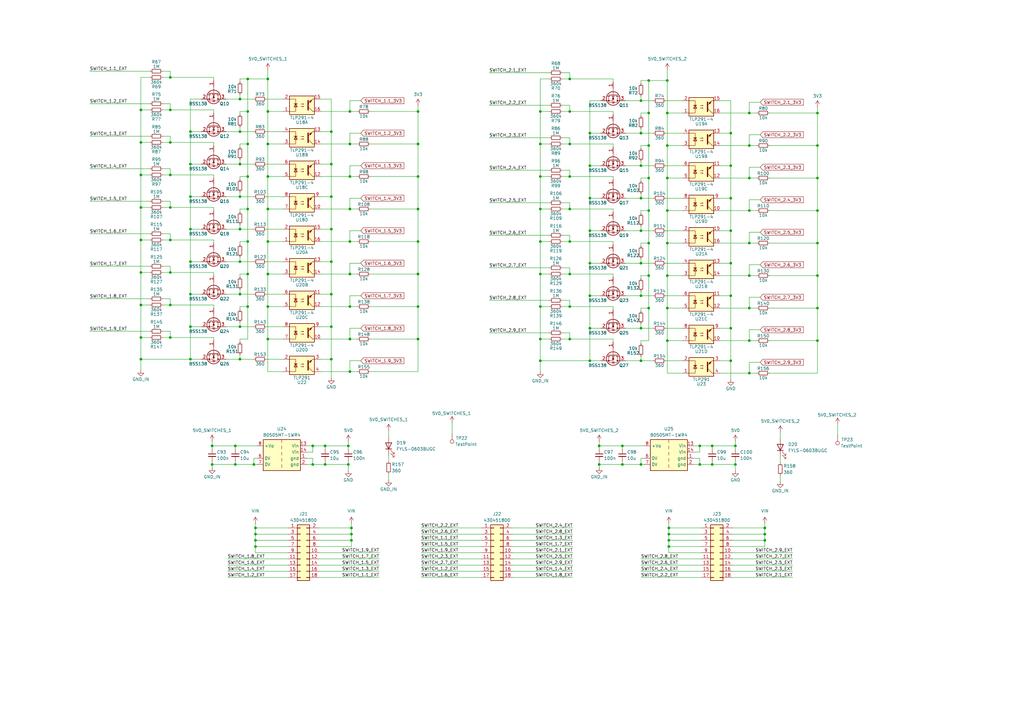
<source format=kicad_sch>
(kicad_sch (version 20231120) (generator "eeschema") (generator_version "8.0")
  (paper "A3")
  (junction (at 69.85 58.42))
  (junction (at 171.45 59.055))
  (junction (at 78.105 80.645))
  (junction (at 78.105 93.98))
  (junction (at 292.1 182.88))
  (junction (at 104.775 224.155))
  (junction (at 266.065 73.025))
  (junction (at 98.425 133.985))
  (junction (at 313.69 216.535))
  (junction (at 57.785 147.32))
  (junction (at 299.72 121.285))
  (junction (at 109.855 59.055))
  (junction (at 299.72 147.955))
  (junction (at 101.6 45.72))
  (junction (at 98.425 53.975))
  (junction (at 69.85 138.43))
  (junction (at 135.89 93.98))
  (junction (at 266.065 113.03))
  (junction (at 241.935 107.95))
  (junction (at 299.72 54.61))
  (junction (at 78.105 53.975))
  (junction (at 98.425 93.98))
  (junction (at 292.1 190.5))
  (junction (at 171.45 99.06))
  (junction (at 241.935 94.615))
  (junction (at 262.89 134.62))
  (junction (at 57.785 111.76))
  (junction (at 143.51 99.06))
  (junction (at 313.69 219.075))
  (junction (at 221.615 99.06))
  (junction (at 335.28 139.7))
  (junction (at 69.85 98.425))
  (junction (at 109.855 32.385))
  (junction (at 307.34 139.7))
  (junction (at 98.425 147.32))
  (junction (at 96.52 182.88))
  (junction (at 335.28 59.69))
  (junction (at 274.32 224.155))
  (junction (at 101.6 125.73))
  (junction (at 233.68 59.055))
  (junction (at 144.145 221.615))
  (junction (at 335.28 126.365))
  (junction (at 266.065 86.36))
  (junction (at 133.35 190.5))
  (junction (at 104.775 221.615))
  (junction (at 233.68 72.39))
  (junction (at 233.68 139.065))
  (junction (at 221.615 112.395))
  (junction (at 262.89 121.285))
  (junction (at 221.615 45.72))
  (junction (at 98.425 80.645))
  (junction (at 171.45 112.395))
  (junction (at 86.995 182.88))
  (junction (at 307.34 73.025))
  (junction (at 69.85 85.09))
  (junction (at 262.89 54.61))
  (junction (at 299.72 67.945))
  (junction (at 273.685 126.365))
  (junction (at 273.685 46.355))
  (junction (at 274.32 221.615))
  (junction (at 221.615 85.725))
  (junction (at 143.51 59.055))
  (junction (at 142.875 190.5))
  (junction (at 262.89 81.28))
  (junction (at 335.28 99.695))
  (junction (at 307.34 46.355))
  (junction (at 299.72 107.95))
  (junction (at 273.685 59.69))
  (junction (at 287.02 190.5))
  (junction (at 262.89 94.615))
  (junction (at 135.89 107.315))
  (junction (at 273.685 86.36))
  (junction (at 78.105 67.31))
  (junction (at 273.685 139.7))
  (junction (at 241.935 121.285))
  (junction (at 57.785 58.42))
  (junction (at 262.89 147.955))
  (junction (at 135.89 120.65))
  (junction (at 171.45 45.72))
  (junction (at 78.105 133.985))
  (junction (at 98.425 40.64))
  (junction (at 101.6 112.395))
  (junction (at 142.875 182.88))
  (junction (at 109.855 85.725))
  (junction (at 241.935 54.61))
  (junction (at 143.51 152.4))
  (junction (at 273.685 113.03))
  (junction (at 143.51 72.39))
  (junction (at 133.35 182.88))
  (junction (at 101.6 85.725))
  (junction (at 135.89 133.985))
  (junction (at 104.775 219.075))
  (junction (at 299.72 94.615))
  (junction (at 86.995 190.5))
  (junction (at 98.425 120.65))
  (junction (at 101.6 59.055))
  (junction (at 109.855 139.065))
  (junction (at 135.89 80.645))
  (junction (at 241.935 147.955))
  (junction (at 221.615 139.065))
  (junction (at 143.51 45.72))
  (junction (at 233.68 85.725))
  (junction (at 78.105 120.65))
  (junction (at 128.27 190.5))
  (junction (at 335.28 113.03))
  (junction (at 104.775 216.535))
  (junction (at 57.785 71.755))
  (junction (at 98.425 67.31))
  (junction (at 143.51 112.395))
  (junction (at 262.89 107.95))
  (junction (at 221.615 59.055))
  (junction (at 241.935 81.28))
  (junction (at 299.72 134.62))
  (junction (at 299.72 81.28))
  (junction (at 266.065 99.695))
  (junction (at 109.855 45.72))
  (junction (at 313.69 221.615))
  (junction (at 262.89 67.945))
  (junction (at 171.45 85.725))
  (junction (at 57.785 125.095))
  (junction (at 301.625 182.88))
  (junction (at 301.625 190.5))
  (junction (at 245.745 182.88))
  (junction (at 233.68 112.395))
  (junction (at 307.34 126.365))
  (junction (at 262.89 41.275))
  (junction (at 171.45 125.73))
  (junction (at 57.785 98.425))
  (junction (at 143.51 139.065))
  (junction (at 78.105 107.315))
  (junction (at 221.615 72.39))
  (junction (at 274.32 219.075))
  (junction (at 273.685 99.695))
  (junction (at 273.685 33.02))
  (junction (at 109.855 112.395))
  (junction (at 307.34 99.695))
  (junction (at 69.85 45.085))
  (junction (at 266.065 126.365))
  (junction (at 171.45 139.065))
  (junction (at 101.6 72.39))
  (junction (at 109.855 125.73))
  (junction (at 109.855 99.06))
  (junction (at 128.27 182.88))
  (junction (at 69.85 71.755))
  (junction (at 143.51 125.73))
  (junction (at 241.935 134.62))
  (junction (at 135.89 147.32))
  (junction (at 233.68 125.73))
  (junction (at 233.68 99.06))
  (junction (at 273.685 73.025))
  (junction (at 307.34 113.03))
  (junction (at 143.51 85.725))
  (junction (at 307.34 86.36))
  (junction (at 57.785 85.09))
  (junction (at 171.45 72.39))
  (junction (at 96.52 190.5))
  (junction (at 266.065 33.02))
  (junction (at 233.68 45.72))
  (junction (at 287.02 182.88))
  (junction (at 101.6 99.06))
  (junction (at 255.27 182.88))
  (junction (at 98.425 107.315))
  (junction (at 144.145 219.075))
  (junction (at 101.6 32.385))
  (junction (at 57.785 138.43))
  (junction (at 266.065 46.355))
  (junction (at 335.28 86.36))
  (junction (at 57.785 45.085))
  (junction (at 69.85 111.76))
  (junction (at 233.68 32.385))
  (junction (at 255.27 190.5))
  (junction (at 221.615 147.955))
  (junction (at 262.89 190.5))
  (junction (at 104.14 190.5))
  (junction (at 135.89 53.975))
  (junction (at 109.855 72.39))
  (junction (at 78.105 147.32))
  (junction (at 335.28 46.355))
  (junction (at 335.28 73.025))
  (junction (at 266.065 59.69))
  (junction (at 245.745 190.5))
  (junction (at 307.34 59.69))
  (junction (at 144.145 216.535))
  (junction (at 69.85 31.75))
  (junction (at 69.85 125.095))
  (junction (at 221.615 125.73))
  (junction (at 307.34 153.035))
  (junction (at 135.89 67.31))
  (junction (at 274.32 216.535))
  (junction (at 241.935 67.945))
  (wire (pts (xy 143.51 112.395) (xy 143.51 107.95)))
  (wire (pts (xy 171.45 72.39) (xy 171.45 85.725)))
  (wire (pts (xy 284.48 185.42) (xy 287.02 185.42)))
  (wire (pts (xy 230.505 45.72) (xy 233.68 45.72)))
  (wire (pts (xy 307.34 126.365) (xy 310.515 126.365)))
  (wire (pts (xy 118.11 224.155) (xy 104.775 224.155)))
  (wire (pts (xy 295.275 73.025) (xy 307.34 73.025)))
  (wire (pts (xy 98.425 107.315) (xy 104.14 107.315)))
  (wire (pts (xy 262.89 66.04) (xy 262.89 67.945)))
  (wire (pts (xy 301.625 189.23) (xy 301.625 190.5)))
  (wire (pts (xy 234.95 234.315) (xy 210.185 234.315)))
  (wire (pts (xy 287.655 224.155) (xy 274.32 224.155)))
  (wire (pts (xy 233.68 99.06) (xy 251.46 99.06)))
  (wire (pts (xy 78.105 147.32) (xy 78.105 133.985)))
  (wire (pts (xy 262.89 236.855) (xy 287.655 236.855)))
  (wire (pts (xy 109.855 85.725) (xy 109.855 99.06)))
  (wire (pts (xy 78.105 53.975) (xy 82.55 53.975)))
  (wire (pts (xy 241.935 67.945) (xy 241.935 54.61)))
  (wire (pts (xy 273.685 46.355) (xy 280.035 46.355)))
  (wire (pts (xy 273.685 126.365) (xy 273.685 139.7)))
  (wire (pts (xy 292.1 182.88) (xy 292.1 184.15)))
  (wire (pts (xy 299.72 67.945) (xy 299.72 81.28)))
  (wire (pts (xy 262.89 39.37) (xy 262.89 41.275)))
  (wire (pts (xy 151.765 85.725) (xy 171.45 85.725)))
  (wire (pts (xy 230.505 123.19) (xy 233.68 123.19)))
  (wire (pts (xy 273.685 46.355) (xy 273.685 59.69)))
  (wire (pts (xy 78.105 107.315) (xy 82.55 107.315)))
  (wire (pts (xy 131.445 80.645) (xy 135.89 80.645)))
  (wire (pts (xy 104.14 187.96) (xy 105.41 187.96)))
  (wire (pts (xy 262.89 187.96) (xy 262.89 190.5)))
  (wire (pts (xy 98.425 113.665) (xy 98.425 112.395)))
  (wire (pts (xy 172.72 226.695) (xy 197.485 226.695)))
  (wire (pts (xy 245.745 182.88) (xy 245.745 184.15)))
  (wire (pts (xy 101.6 125.73) (xy 101.6 139.065)))
  (wire (pts (xy 221.615 99.06) (xy 225.425 99.06)))
  (wire (pts (xy 87.63 99.695) (xy 87.63 98.425)))
  (wire (pts (xy 230.505 139.065) (xy 233.68 139.065)))
  (wire (pts (xy 233.68 56.515) (xy 233.68 59.055)))
  (wire (pts (xy 144.145 221.615) (xy 144.145 224.155)))
  (wire (pts (xy 82.55 80.645) (xy 78.105 80.645)))
  (wire (pts (xy 255.27 189.23) (xy 255.27 190.5)))
  (wire (pts (xy 131.445 147.32) (xy 135.89 147.32)))
  (wire (pts (xy 98.425 59.055) (xy 101.6 59.055)))
  (wire (pts (xy 233.68 59.055) (xy 251.46 59.055)))
  (wire (pts (xy 125.73 187.96) (xy 128.27 187.96)))
  (wire (pts (xy 143.51 152.4) (xy 143.51 147.955)))
  (wire (pts (xy 295.275 86.36) (xy 307.34 86.36)))
  (wire (pts (xy 262.89 106.045) (xy 262.89 107.95)))
  (wire (pts (xy 66.675 138.43) (xy 69.85 138.43)))
  (wire (pts (xy 221.615 45.72) (xy 225.425 45.72)))
  (wire (pts (xy 273.685 113.03) (xy 280.035 113.03)))
  (wire (pts (xy 151.765 45.72) (xy 171.45 45.72)))
  (wire (pts (xy 262.89 73.025) (xy 266.065 73.025)))
  (wire (pts (xy 273.05 121.285) (xy 280.035 121.285)))
  (wire (pts (xy 98.425 140.335) (xy 98.425 139.065)))
  (wire (pts (xy 172.72 236.855) (xy 197.485 236.855)))
  (wire (pts (xy 273.05 134.62) (xy 280.035 134.62)))
  (wire (pts (xy 262.89 146.05) (xy 262.89 147.955)))
  (wire (pts (xy 98.425 46.99) (xy 98.425 45.72)))
  (wire (pts (xy 142.875 182.88) (xy 142.875 184.15)))
  (wire (pts (xy 82.55 147.32) (xy 78.105 147.32)))
  (wire (pts (xy 287.02 190.5) (xy 292.1 190.5)))
  (wire (pts (xy 57.785 98.425) (xy 57.785 111.76)))
  (wire (pts (xy 155.575 236.855) (xy 130.81 236.855)))
  (wire (pts (xy 262.89 126.365) (xy 266.065 126.365)))
  (wire (pts (xy 109.855 112.395) (xy 109.855 125.73)))
  (wire (pts (xy 66.675 45.085) (xy 69.85 45.085)))
  (wire (pts (xy 98.425 118.745) (xy 98.425 120.65)))
  (wire (pts (xy 135.89 107.315) (xy 135.89 120.65)))
  (wire (pts (xy 301.625 190.5) (xy 301.625 193.04)))
  (wire (pts (xy 200.66 29.845) (xy 225.425 29.845)))
  (wire (pts (xy 335.28 46.355) (xy 335.28 59.69)))
  (wire (pts (xy 57.785 31.75) (xy 61.595 31.75)))
  (wire (pts (xy 233.68 139.065) (xy 251.46 139.065)))
  (wire (pts (xy 98.425 125.73) (xy 101.6 125.73)))
  (wire (pts (xy 96.52 189.23) (xy 96.52 190.5)))
  (wire (pts (xy 66.675 135.89) (xy 69.85 135.89)))
  (wire (pts (xy 251.46 100.33) (xy 251.46 99.06)))
  (wire (pts (xy 233.68 136.525) (xy 233.68 139.065)))
  (wire (pts (xy 262.89 140.97) (xy 262.89 139.7)))
  (wire (pts (xy 335.28 126.365) (xy 335.28 139.7)))
  (wire (pts (xy 200.66 56.515) (xy 225.425 56.515)))
  (wire (pts (xy 287.655 216.535) (xy 274.32 216.535)))
  (wire (pts (xy 241.935 94.615) (xy 246.38 94.615)))
  (wire (pts (xy 266.065 99.695) (xy 266.065 113.03)))
  (wire (pts (xy 104.14 187.96) (xy 104.14 190.5)))
  (wire (pts (xy 241.935 54.61) (xy 241.935 41.275)))
  (wire (pts (xy 256.54 121.285) (xy 262.89 121.285)))
  (wire (pts (xy 245.745 180.975) (xy 245.745 182.88)))
  (wire (pts (xy 200.66 83.185) (xy 225.425 83.185)))
  (wire (pts (xy 255.27 182.88) (xy 255.27 184.15)))
  (wire (pts (xy 98.425 32.385) (xy 101.6 32.385)))
  (wire (pts (xy 274.32 216.535) (xy 274.32 219.075)))
  (wire (pts (xy 57.785 45.085) (xy 61.595 45.085)))
  (wire (pts (xy 299.72 94.615) (xy 299.72 107.95)))
  (wire (pts (xy 273.685 28.575) (xy 273.685 33.02)))
  (wire (pts (xy 273.05 107.95) (xy 280.035 107.95)))
  (wire (pts (xy 66.675 29.21) (xy 69.85 29.21)))
  (wire (pts (xy 36.83 109.22) (xy 61.595 109.22)))
  (wire (pts (xy 307.34 99.695) (xy 307.34 95.25)))
  (wire (pts (xy 98.425 120.65) (xy 104.14 120.65)))
  (wire (pts (xy 135.89 120.65) (xy 135.89 133.985)))
  (wire (pts (xy 109.855 45.72) (xy 116.205 45.72)))
  (wire (pts (xy 230.505 83.185) (xy 233.68 83.185)))
  (wire (pts (xy 98.425 78.74) (xy 98.425 80.645)))
  (wire (pts (xy 143.51 125.73) (xy 143.51 121.285)))
  (wire (pts (xy 151.765 112.395) (xy 171.45 112.395)))
  (wire (pts (xy 155.575 229.235) (xy 130.81 229.235)))
  (wire (pts (xy 299.72 134.62) (xy 299.72 147.955)))
  (wire (pts (xy 313.69 221.615) (xy 313.69 224.155)))
  (wire (pts (xy 287.02 187.96) (xy 287.02 190.5)))
  (wire (pts (xy 256.54 54.61) (xy 262.89 54.61)))
  (wire (pts (xy 287.655 219.075) (xy 274.32 219.075)))
  (wire (pts (xy 109.855 139.065) (xy 116.205 139.065)))
  (wire (pts (xy 98.425 80.645) (xy 104.14 80.645)))
  (wire (pts (xy 69.85 31.75) (xy 87.63 31.75)))
  (wire (pts (xy 133.35 189.23) (xy 133.35 190.5)))
  (wire (pts (xy 135.89 133.985) (xy 135.89 147.32)))
  (wire (pts (xy 287.655 221.615) (xy 274.32 221.615)))
  (wire (pts (xy 98.425 99.06) (xy 101.6 99.06)))
  (wire (pts (xy 315.595 153.035) (xy 335.28 153.035)))
  (wire (pts (xy 109.855 72.39) (xy 109.855 85.725)))
  (wire (pts (xy 307.34 108.585) (xy 311.785 108.585)))
  (wire (pts (xy 143.51 152.4) (xy 146.685 152.4)))
  (wire (pts (xy 57.785 125.095) (xy 57.785 138.43)))
  (wire (pts (xy 86.995 180.975) (xy 86.995 182.88)))
  (wire (pts (xy 87.63 126.365) (xy 87.63 125.095)))
  (wire (pts (xy 245.745 189.23) (xy 245.745 190.5)))
  (wire (pts (xy 78.105 133.985) (xy 78.105 120.65)))
  (wire (pts (xy 92.71 40.64) (xy 98.425 40.64)))
  (wire (pts (xy 262.89 190.5) (xy 264.16 190.5)))
  (wire (pts (xy 128.27 182.88) (xy 133.35 182.88)))
  (wire (pts (xy 262.89 121.285) (xy 267.97 121.285)))
  (wire (pts (xy 266.065 113.03) (xy 266.065 126.365)))
  (wire (pts (xy 82.55 133.985) (xy 78.105 133.985)))
  (wire (pts (xy 262.89 147.955) (xy 267.97 147.955)))
  (wire (pts (xy 36.83 135.89) (xy 61.595 135.89)))
  (wire (pts (xy 292.1 182.88) (xy 301.625 182.88)))
  (wire (pts (xy 66.675 95.885) (xy 69.85 95.885)))
  (wire (pts (xy 143.51 45.72) (xy 143.51 41.275)))
  (wire (pts (xy 343.535 178.435) (xy 343.535 173.99)))
  (wire (pts (xy 93.345 234.315) (xy 118.11 234.315)))
  (wire (pts (xy 98.425 45.72) (xy 101.6 45.72)))
  (wire (pts (xy 246.38 134.62) (xy 241.935 134.62)))
  (wire (pts (xy 262.89 113.03) (xy 266.065 113.03)))
  (wire (pts (xy 131.445 139.065) (xy 143.51 139.065)))
  (wire (pts (xy 109.855 152.4) (xy 116.205 152.4)))
  (wire (pts (xy 104.775 216.535) (xy 104.775 219.075)))
  (wire (pts (xy 307.34 139.7) (xy 310.515 139.7)))
  (wire (pts (xy 87.63 59.69) (xy 87.63 58.42)))
  (wire (pts (xy 143.51 99.06) (xy 143.51 94.615)))
  (wire (pts (xy 256.54 134.62) (xy 262.89 134.62)))
  (wire (pts (xy 69.85 29.21) (xy 69.85 31.75)))
  (wire (pts (xy 273.685 73.025) (xy 273.685 86.36)))
  (wire (pts (xy 151.765 152.4) (xy 171.45 152.4)))
  (wire (pts (xy 57.785 125.095) (xy 61.595 125.095)))
  (wire (pts (xy 262.89 99.695) (xy 266.065 99.695)))
  (wire (pts (xy 98.425 145.415) (xy 98.425 147.32)))
  (wire (pts (xy 335.28 86.36) (xy 335.28 99.695)))
  (wire (pts (xy 66.675 125.095) (xy 69.85 125.095)))
  (wire (pts (xy 292.1 190.5) (xy 301.625 190.5)))
  (wire (pts (xy 230.505 96.52) (xy 233.68 96.52)))
  (wire (pts (xy 307.34 135.255) (xy 311.785 135.255)))
  (wire (pts (xy 143.51 94.615) (xy 147.955 94.615)))
  (wire (pts (xy 151.765 139.065) (xy 171.45 139.065)))
  (wire (pts (xy 78.105 93.98) (xy 82.55 93.98)))
  (wire (pts (xy 307.34 73.025) (xy 307.34 68.58)))
  (wire (pts (xy 255.27 190.5) (xy 262.89 190.5)))
  (wire (pts (xy 245.745 182.88) (xy 255.27 182.88)))
  (wire (pts (xy 109.22 67.31) (xy 116.205 67.31)))
  (wire (pts (xy 273.685 153.035) (xy 280.035 153.035)))
  (wire (pts (xy 98.425 100.33) (xy 98.425 99.06)))
  (wire (pts (xy 251.46 139.065) (xy 251.46 140.335)))
  (wire (pts (xy 185.42 177.8) (xy 185.42 173.355)))
  (wire (pts (xy 143.51 139.065) (xy 146.685 139.065)))
  (wire (pts (xy 233.68 109.855) (xy 233.68 112.395)))
  (wire (pts (xy 57.785 58.42) (xy 57.785 71.755)))
  (wire (pts (xy 57.785 98.425) (xy 61.595 98.425)))
  (wire (pts (xy 295.275 113.03) (xy 307.34 113.03)))
  (wire (pts (xy 69.85 42.545) (xy 69.85 45.085)))
  (wire (pts (xy 221.615 72.39) (xy 225.425 72.39)))
  (wire (pts (xy 273.685 59.69) (xy 280.035 59.69)))
  (wire (pts (xy 171.45 139.065) (xy 171.45 152.4)))
  (wire (pts (xy 262.89 59.69) (xy 266.065 59.69)))
  (wire (pts (xy 233.68 43.18) (xy 233.68 45.72)))
  (wire (pts (xy 69.85 71.755) (xy 87.63 71.755)))
  (wire (pts (xy 273.685 86.36) (xy 273.685 99.695)))
  (wire (pts (xy 307.34 46.355) (xy 307.34 41.91)))
  (wire (pts (xy 171.45 99.06) (xy 171.45 112.395)))
  (wire (pts (xy 233.68 29.845) (xy 233.68 32.385)))
  (wire (pts (xy 98.425 86.995) (xy 98.425 85.725)))
  (wire (pts (xy 131.445 125.73) (xy 143.51 125.73)))
  (wire (pts (xy 325.12 226.695) (xy 300.355 226.695)))
  (wire (pts (xy 78.105 67.31) (xy 78.105 53.975)))
  (wire (pts (xy 307.34 121.92) (xy 311.785 121.92)))
  (wire (pts (xy 131.445 53.975) (xy 135.89 53.975)))
  (wire (pts (xy 287.02 182.88) (xy 292.1 182.88)))
  (wire (pts (xy 315.595 126.365) (xy 335.28 126.365)))
  (wire (pts (xy 69.85 55.88) (xy 69.85 58.42)))
  (wire (pts (xy 273.685 73.025) (xy 280.035 73.025)))
  (wire (pts (xy 86.995 190.5) (xy 96.52 190.5)))
  (wire (pts (xy 142.875 189.23) (xy 142.875 190.5)))
  (wire (pts (xy 87.63 113.03) (xy 87.63 111.76)))
  (wire (pts (xy 109.855 112.395) (xy 116.205 112.395)))
  (wire (pts (xy 101.6 59.055) (xy 101.6 72.39)))
  (wire (pts (xy 295.275 94.615) (xy 299.72 94.615)))
  (wire (pts (xy 233.68 112.395) (xy 251.46 112.395)))
  (wire (pts (xy 233.68 32.385) (xy 251.46 32.385)))
  (wire (pts (xy 135.89 53.975) (xy 135.89 67.31)))
  (wire (pts (xy 335.28 73.025) (xy 335.28 86.36)))
  (wire (pts (xy 109.22 133.985) (xy 116.205 133.985)))
  (wire (pts (xy 299.72 147.955) (xy 299.72 155.575)))
  (wire (pts (xy 200.66 136.525) (xy 225.425 136.525)))
  (wire (pts (xy 262.89 34.29) (xy 262.89 33.02)))
  (wire (pts (xy 273.05 41.275) (xy 280.035 41.275)))
  (wire (pts (xy 69.85 138.43) (xy 87.63 138.43)))
  (wire (pts (xy 284.48 190.5) (xy 287.02 190.5)))
  (wire (pts (xy 131.445 99.06) (xy 143.51 99.06)))
  (wire (pts (xy 36.83 42.545) (xy 61.595 42.545)))
  (wire (pts (xy 69.85 111.76) (xy 87.63 111.76)))
  (wire (pts (xy 307.34 41.91) (xy 311.785 41.91)))
  (wire (pts (xy 295.275 126.365) (xy 307.34 126.365)))
  (wire (pts (xy 287.02 185.42) (xy 287.02 182.88)))
  (wire (pts (xy 104.775 221.615) (xy 104.775 224.155)))
  (wire (pts (xy 325.12 229.235) (xy 300.355 229.235)))
  (wire (pts (xy 98.425 127) (xy 98.425 125.73)))
  (wire (pts (xy 78.105 120.65) (xy 78.105 107.315)))
  (wire (pts (xy 78.105 40.64) (xy 82.55 40.64)))
  (wire (pts (xy 93.345 231.775) (xy 118.11 231.775)))
  (wire (pts (xy 131.445 59.055) (xy 143.51 59.055)))
  (wire (pts (xy 241.935 147.955) (xy 241.935 134.62)))
  (wire (pts (xy 57.785 138.43) (xy 61.595 138.43)))
  (wire (pts (xy 93.345 236.855) (xy 118.11 236.855)))
  (wire (pts (xy 221.615 32.385) (xy 225.425 32.385)))
  (wire (pts (xy 144.145 219.075) (xy 144.145 221.615)))
  (wire (pts (xy 98.425 93.98) (xy 104.14 93.98)))
  (wire (pts (xy 274.32 219.075) (xy 274.32 221.615)))
  (wire (pts (xy 325.12 231.775) (xy 300.355 231.775)))
  (wire (pts (xy 143.51 121.285) (xy 147.955 121.285)))
  (wire (pts (xy 130.81 216.535) (xy 144.145 216.535)))
  (wire (pts (xy 307.34 86.36) (xy 310.515 86.36)))
  (wire (pts (xy 130.81 219.075) (xy 144.145 219.075)))
  (wire (pts (xy 273.685 139.7) (xy 280.035 139.7)))
  (wire (pts (xy 109.22 107.315) (xy 116.205 107.315)))
  (wire (pts (xy 221.615 32.385) (xy 221.615 45.72)))
  (wire (pts (xy 109.22 93.98) (xy 116.205 93.98)))
  (wire (pts (xy 143.51 41.275) (xy 147.955 41.275)))
  (wire (pts (xy 92.71 133.985) (xy 98.425 133.985)))
  (wire (pts (xy 299.72 121.285) (xy 299.72 134.62)))
  (wire (pts (xy 287.655 226.695) (xy 274.32 226.695)))
  (wire (pts (xy 143.51 54.61) (xy 147.955 54.61)))
  (wire (pts (xy 256.54 94.615) (xy 262.89 94.615)))
  (wire (pts (xy 230.505 56.515) (xy 233.68 56.515)))
  (wire (pts (xy 273.685 33.02) (xy 273.685 46.355)))
  (wire (pts (xy 69.85 109.22) (xy 69.85 111.76)))
  (wire (pts (xy 143.51 107.95) (xy 147.955 107.95)))
  (wire (pts (xy 262.89 74.295) (xy 262.89 73.025)))
  (wire (pts (xy 299.72 81.28) (xy 299.72 94.615)))
  (wire (pts (xy 230.505 72.39) (xy 233.68 72.39)))
  (wire (pts (xy 251.46 73.66) (xy 251.46 72.39)))
  (wire (pts (xy 295.275 134.62) (xy 299.72 134.62)))
  (wire (pts (xy 143.51 45.72) (xy 146.685 45.72)))
  (wire (pts (xy 262.89 234.315) (xy 287.655 234.315)))
  (wire (pts (xy 143.51 112.395) (xy 146.685 112.395)))
  (wire (pts (xy 171.45 45.72) (xy 171.45 59.055)))
  (wire (pts (xy 230.505 112.395) (xy 233.68 112.395)))
  (wire (pts (xy 98.425 112.395) (xy 101.6 112.395)))
  (wire (pts (xy 241.935 134.62) (xy 241.935 121.285)))
  (wire (pts (xy 172.72 219.075) (xy 197.485 219.075)))
  (wire (pts (xy 133.35 182.88) (xy 133.35 184.15)))
  (wire (pts (xy 230.505 43.18) (xy 233.68 43.18)))
  (wire (pts (xy 69.85 125.095) (xy 87.63 125.095)))
  (wire (pts (xy 262.89 46.355) (xy 266.065 46.355)))
  (wire (pts (xy 92.71 53.975) (xy 98.425 53.975)))
  (wire (pts (xy 273.685 126.365) (xy 280.035 126.365)))
  (wire (pts (xy 266.065 73.025) (xy 266.065 86.36)))
  (wire (pts (xy 171.45 43.18) (xy 171.45 45.72)))
  (wire (pts (xy 109.855 99.06) (xy 109.855 112.395)))
  (wire (pts (xy 256.54 107.95) (xy 262.89 107.95)))
  (wire (pts (xy 274.32 226.695) (xy 274.32 224.155)))
  (wire (pts (xy 172.72 234.315) (xy 197.485 234.315)))
  (wire (pts (xy 273.685 139.7) (xy 273.685 153.035)))
  (wire (pts (xy 241.935 107.95) (xy 241.935 94.615)))
  (wire (pts (xy 299.72 54.61) (xy 299.72 67.945)))
  (wire (pts (xy 299.72 107.95) (xy 299.72 121.285)))
  (wire (pts (xy 131.445 45.72) (xy 143.51 45.72)))
  (wire (pts (xy 118.11 219.075) (xy 104.775 219.075)))
  (wire (pts (xy 335.28 59.69) (xy 335.28 73.025)))
  (wire (pts (xy 143.51 99.06) (xy 146.685 99.06)))
  (wire (pts (xy 131.445 107.315) (xy 135.89 107.315)))
  (wire (pts (xy 109.855 125.73) (xy 116.205 125.73)))
  (wire (pts (xy 200.66 43.18) (xy 225.425 43.18)))
  (wire (pts (xy 96.52 182.88) (xy 96.52 184.15)))
  (wire (pts (xy 230.505 99.06) (xy 233.68 99.06)))
  (wire (pts (xy 262.89 231.775) (xy 287.655 231.775)))
  (wire (pts (xy 36.83 95.885) (xy 61.595 95.885)))
  (wire (pts (xy 256.54 81.28) (xy 262.89 81.28)))
  (wire (pts (xy 234.95 229.235) (xy 210.185 229.235)))
  (wire (pts (xy 66.675 98.425) (xy 69.85 98.425)))
  (wire (pts (xy 98.425 38.735) (xy 98.425 40.64)))
  (wire (pts (xy 87.63 73.025) (xy 87.63 71.755)))
  (wire (pts (xy 221.615 99.06) (xy 221.615 112.395)))
  (wire (pts (xy 273.685 59.69) (xy 273.685 73.025)))
  (wire (pts (xy 221.615 147.955) (xy 241.935 147.955)))
  (wire (pts (xy 221.615 45.72) (xy 221.615 59.055)))
  (wire (pts (xy 266.065 33.02) (xy 266.065 46.355)))
  (wire (pts (xy 307.34 68.58) (xy 311.785 68.58)))
  (wire (pts (xy 262.89 41.275) (xy 267.97 41.275)))
  (wire (pts (xy 131.445 72.39) (xy 143.51 72.39)))
  (wire (pts (xy 320.04 177.165) (xy 320.04 179.705)))
  (wire (pts (xy 262.89 67.945) (xy 267.97 67.945)))
  (wire (pts (xy 295.275 147.955) (xy 299.72 147.955)))
  (wire (pts (xy 313.69 214.63) (xy 313.69 216.535)))
  (wire (pts (xy 78.105 80.645) (xy 78.105 67.31)))
  (wire (pts (xy 172.72 231.775) (xy 197.485 231.775)))
  (wire (pts (xy 301.625 182.88) (xy 301.625 184.15)))
  (wire (pts (xy 221.615 147.955) (xy 221.615 152.4)))
  (wire (pts (xy 325.12 236.855) (xy 300.355 236.855)))
  (wire (pts (xy 98.425 92.075) (xy 98.425 93.98)))
  (wire (pts (xy 300.355 216.535) (xy 313.69 216.535)))
  (wire (pts (xy 101.6 32.385) (xy 101.6 45.72)))
  (wire (pts (xy 57.785 71.755) (xy 57.785 85.09)))
  (wire (pts (xy 57.785 45.085) (xy 57.785 58.42)))
  (wire (pts (xy 307.34 55.245) (xy 311.785 55.245)))
  (wire (pts (xy 295.275 139.7) (xy 307.34 139.7)))
  (wire (pts (xy 78.105 93.98) (xy 78.105 80.645)))
  (wire (pts (xy 87.63 138.43) (xy 87.63 139.7)))
  (wire (pts (xy 307.34 139.7) (xy 307.34 135.255)))
  (wire (pts (xy 251.46 33.655) (xy 251.46 32.385)))
  (wire (pts (xy 273.05 94.615) (xy 280.035 94.615)))
  (wire (pts (xy 233.68 85.725) (xy 251.46 85.725)))
  (wire (pts (xy 241.935 41.275) (xy 246.38 41.275)))
  (wire (pts (xy 66.675 31.75) (xy 69.85 31.75)))
  (wire (pts (xy 143.51 59.055) (xy 146.685 59.055)))
  (wire (pts (xy 273.685 33.02) (xy 266.065 33.02)))
  (wire (pts (xy 266.065 86.36) (xy 266.065 99.695)))
  (wire (pts (xy 307.34 126.365) (xy 307.34 121.92)))
  (wire (pts (xy 135.89 93.98) (xy 135.89 107.315)))
  (wire (pts (xy 96.52 190.5) (xy 104.14 190.5)))
  (wire (pts (xy 159.385 189.23) (xy 159.385 186.69)))
  (wire (pts (xy 36.83 82.55) (xy 61.595 82.55)))
  (wire (pts (xy 262.89 79.375) (xy 262.89 81.28)))
  (wire (pts (xy 57.785 147.32) (xy 78.105 147.32)))
  (wire (pts (xy 109.22 53.975) (xy 116.205 53.975)))
  (wire (pts (xy 307.34 153.035) (xy 307.34 148.59)))
  (wire (pts (xy 109.855 59.055) (xy 116.205 59.055)))
  (wire (pts (xy 57.785 71.755) (xy 61.595 71.755)))
  (wire (pts (xy 335.28 43.815) (xy 335.28 46.355)))
  (wire (pts (xy 98.425 67.31) (xy 104.14 67.31)))
  (wire (pts (xy 36.83 29.21) (xy 61.595 29.21)))
  (wire (pts (xy 128.27 185.42) (xy 128.27 182.88)))
  (wire (pts (xy 118.11 221.615) (xy 104.775 221.615)))
  (wire (pts (xy 101.6 112.395) (xy 101.6 125.73)))
  (wire (pts (xy 144.145 214.63) (xy 144.145 216.535)))
  (wire (pts (xy 172.72 216.535) (xy 197.485 216.535)))
  (wire (pts (xy 98.425 85.725) (xy 101.6 85.725)))
  (wire (pts (xy 57.785 31.75) (xy 57.785 45.085)))
  (wire (pts (xy 251.46 60.325) (xy 251.46 59.055)))
  (wire (pts (xy 109.855 59.055) (xy 109.855 72.39)))
  (wire (pts (xy 315.595 139.7) (xy 335.28 139.7)))
  (wire (pts (xy 133.35 190.5) (xy 142.875 190.5)))
  (wire (pts (xy 98.425 40.64) (xy 104.14 40.64)))
  (wire (pts (xy 241.935 67.945) (xy 246.38 67.945)))
  (wire (pts (xy 230.505 32.385) (xy 233.68 32.385)))
  (wire (pts (xy 57.785 138.43) (xy 57.785 147.32)))
  (wire (pts (xy 221.615 125.73) (xy 225.425 125.73)))
  (wire (pts (xy 245.745 190.5) (xy 245.745 191.77)))
  (wire (pts (xy 151.765 72.39) (xy 171.45 72.39)))
  (wire (pts (xy 246.38 81.28) (xy 241.935 81.28)))
  (wire (pts (xy 92.71 107.315) (xy 98.425 107.315)))
  (wire (pts (xy 233.68 45.72) (xy 251.46 45.72)))
  (wire (pts (xy 335.28 139.7) (xy 335.28 153.035)))
  (wire (pts (xy 230.505 69.85) (xy 233.68 69.85)))
  (wire (pts (xy 57.785 147.32) (xy 57.785 151.765)))
  (wire (pts (xy 130.81 224.155) (xy 144.145 224.155)))
  (wire (pts (xy 221.615 72.39) (xy 221.615 85.725)))
  (wire (pts (xy 262.89 33.02) (xy 266.065 33.02)))
  (wire (pts (xy 98.425 133.985) (xy 104.14 133.985)))
  (wire (pts (xy 86.995 189.23) (xy 86.995 190.5)))
  (wire (pts (xy 36.83 69.215) (xy 61.595 69.215)))
  (wire (pts (xy 109.22 147.32) (xy 116.205 147.32)))
  (wire (pts (xy 57.785 85.09) (xy 57.785 98.425)))
  (wire (pts (xy 200.66 123.19) (xy 225.425 123.19)))
  (wire (pts (xy 234.95 226.695) (xy 210.185 226.695)))
  (wire (pts (xy 131.445 93.98) (xy 135.89 93.98)))
  (wire (pts (xy 273.05 81.28) (xy 280.035 81.28)))
  (wire (pts (xy 155.575 231.775) (xy 130.81 231.775)))
  (wire (pts (xy 69.85 98.425) (xy 87.63 98.425)))
  (wire (pts (xy 86.995 182.88) (xy 96.52 182.88)))
  (wire (pts (xy 92.71 80.645) (xy 98.425 80.645)))
  (wire (pts (xy 315.595 46.355) (xy 335.28 46.355)))
  (wire (pts (xy 101.6 45.72) (xy 101.6 59.055)))
  (wire (pts (xy 101.6 72.39) (xy 101.6 85.725)))
  (wire (pts (xy 262.89 107.95) (xy 267.97 107.95)))
  (wire (pts (xy 66.675 122.555) (xy 69.85 122.555)))
  (wire (pts (xy 109.855 32.385) (xy 109.855 45.72)))
  (wire (pts (xy 143.51 147.955) (xy 147.955 147.955)))
  (wire (pts (xy 230.505 125.73) (xy 233.68 125.73)))
  (wire (pts (xy 66.675 69.215) (xy 69.85 69.215)))
  (wire (pts (xy 69.85 69.215) (xy 69.85 71.755)))
  (wire (pts (xy 98.425 72.39) (xy 101.6 72.39)))
  (wire (pts (xy 233.68 83.185) (xy 233.68 85.725)))
  (wire (pts (xy 262.89 60.96) (xy 262.89 59.69)))
  (wire (pts (xy 234.95 221.615) (xy 210.185 221.615)))
  (wire (pts (xy 109.855 32.385) (xy 101.6 32.385)))
  (wire (pts (xy 98.425 132.08) (xy 98.425 133.985)))
  (wire (pts (xy 233.68 72.39) (xy 251.46 72.39)))
  (wire (pts (xy 109.855 125.73) (xy 109.855 139.065)))
  (wire (pts (xy 234.95 216.535) (xy 210.185 216.535)))
  (wire (pts (xy 143.51 85.725) (xy 143.51 81.28)))
  (wire (pts (xy 251.46 127) (xy 251.46 125.73)))
  (wire (pts (xy 104.775 226.695) (xy 104.775 224.155)))
  (wire (pts (xy 98.425 73.66) (xy 98.425 72.39)))
  (wire (pts (xy 96.52 182.88) (xy 105.41 182.88)))
  (wire (pts (xy 274.32 221.615) (xy 274.32 224.155)))
  (wire (pts (xy 295.275 41.275) (xy 299.72 41.275)))
  (wire (pts (xy 131.445 152.4) (xy 143.51 152.4)))
  (wire (pts (xy 36.83 122.555) (xy 61.595 122.555)))
  (wire (pts (xy 159.385 176.53) (xy 159.385 179.07)))
  (wire (pts (xy 135.89 40.64) (xy 135.89 53.975)))
  (wire (pts (xy 104.14 190.5) (xy 105.41 190.5)))
  (wire (pts (xy 143.51 72.39) (xy 143.51 67.945)))
  (wire (pts (xy 131.445 120.65) (xy 135.89 120.65)))
  (wire (pts (xy 221.615 59.055) (xy 225.425 59.055)))
  (wire (pts (xy 234.95 231.775) (xy 210.185 231.775)))
  (wire (pts (xy 171.45 59.055) (xy 171.45 72.39)))
  (wire (pts (xy 144.145 216.535) (xy 144.145 219.075)))
  (wire (pts (xy 98.425 147.32) (xy 104.14 147.32)))
  (wire (pts (xy 109.855 99.06) (xy 116.205 99.06)))
  (wire (pts (xy 300.355 219.075) (xy 313.69 219.075)))
  (wire (pts (xy 262.89 132.715) (xy 262.89 134.62)))
  (wire (pts (xy 335.28 99.695) (xy 335.28 113.03)))
  (wire (pts (xy 256.54 147.955) (xy 262.89 147.955)))
  (wire (pts (xy 256.54 41.275) (xy 262.89 41.275)))
  (wire (pts (xy 307.34 99.695) (xy 310.515 99.695)))
  (wire (pts (xy 101.6 99.06) (xy 101.6 112.395)))
  (wire (pts (xy 101.6 85.725) (xy 101.6 99.06)))
  (wire (pts (xy 133.35 182.88) (xy 142.875 182.88)))
  (wire (pts (xy 262.89 52.705) (xy 262.89 54.61)))
  (wire (pts (xy 241.935 81.28) (xy 241.935 67.945)))
  (wire (pts (xy 262.89 47.625) (xy 262.89 46.355)))
  (wire (pts (xy 273.685 86.36) (xy 280.035 86.36)))
  (wire (pts (xy 135.89 67.31) (xy 135.89 80.645)))
  (wire (pts (xy 142.875 190.5) (xy 142.875 193.04)))
  (wire (pts (xy 230.505 29.845) (xy 233.68 29.845)))
  (wire (pts (xy 262.89 134.62) (xy 267.97 134.62)))
  (wire (pts (xy 118.11 226.695) (xy 104.775 226.695)))
  (wire (pts (xy 300.355 224.155) (xy 313.69 224.155)))
  (wire (pts (xy 98.425 33.655) (xy 98.425 32.385)))
  (wire (pts (xy 262.89 87.63) (xy 262.89 86.36)))
  (wire (pts (xy 69.85 85.09) (xy 87.63 85.09)))
  (wire (pts (xy 313.69 216.535) (xy 313.69 219.075)))
  (wire (pts (xy 69.85 122.555) (xy 69.85 125.095)))
  (wire (pts (xy 118.11 216.535) (xy 104.775 216.535)))
  (wire (pts (xy 307.34 59.69) (xy 310.515 59.69)))
  (wire (pts (xy 151.765 125.73) (xy 171.45 125.73)))
  (wire (pts (xy 221.615 85.725) (xy 221.615 99.06)))
  (wire (pts (xy 307.34 59.69) (xy 307.34 55.245)))
  (wire (pts (xy 266.065 126.365) (xy 266.065 139.7)))
  (wire (pts (xy 36.83 55.88) (xy 61.595 55.88)))
  (wire (pts (xy 98.425 65.405) (xy 98.425 67.31)))
  (wire (pts (xy 109.22 80.645) (xy 116.205 80.645)))
  (wire (pts (xy 151.765 99.06) (xy 171.45 99.06)))
  (wire (pts (xy 313.69 219.075) (xy 313.69 221.615)))
  (wire (pts (xy 66.675 82.55) (xy 69.85 82.55)))
  (wire (pts (xy 273.05 147.955) (xy 280.035 147.955)))
  (wire (pts (xy 295.275 81.28) (xy 299.72 81.28)))
  (wire (pts (xy 200.66 96.52) (xy 225.425 96.52)))
  (wire (pts (xy 109.855 85.725) (xy 116.205 85.725)))
  (wire (pts (xy 315.595 99.695) (xy 335.28 99.695)))
  (wire (pts (xy 274.32 214.63) (xy 274.32 216.535)))
  (wire (pts (xy 255.27 182.88) (xy 264.16 182.88)))
  (wire (pts (xy 221.615 112.395) (xy 225.425 112.395)))
  (wire (pts (xy 104.775 214.63) (xy 104.775 216.535)))
  (wire (pts (xy 262.89 114.3) (xy 262.89 113.03)))
  (wire (pts (xy 57.785 58.42) (xy 61.595 58.42)))
  (wire (pts (xy 78.105 120.65) (xy 82.55 120.65)))
  (wire (pts (xy 143.51 81.28) (xy 147.955 81.28)))
  (wire (pts (xy 234.95 224.155) (xy 210.185 224.155)))
  (wire (pts (xy 143.51 125.73) (xy 146.685 125.73)))
  (wire (pts (xy 98.425 53.975) (xy 104.14 53.975)))
  (wire (pts (xy 262.89 92.71) (xy 262.89 94.615)))
  (wire (pts (xy 262.89 94.615) (xy 267.97 94.615)))
  (wire (pts (xy 131.445 112.395) (xy 143.51 112.395)))
  (wire (pts (xy 230.505 85.725) (xy 233.68 85.725)))
  (wire (pts (xy 125.73 182.88) (xy 128.27 182.88)))
  (wire (pts (xy 135.89 147.32) (xy 135.89 154.94)))
  (wire (pts (xy 57.785 111.76) (xy 61.595 111.76)))
  (wire (pts (xy 233.68 96.52) (xy 233.68 99.06)))
  (wire (pts (xy 92.71 147.32) (xy 98.425 147.32)))
  (wire (pts (xy 251.46 86.995) (xy 251.46 85.725)))
  (wire (pts (xy 66.675 55.88) (xy 69.85 55.88)))
  (wire (pts (xy 221.615 85.725) (xy 225.425 85.725)))
  (wire (pts (xy 66.675 58.42) (xy 69.85 58.42)))
  (wire (pts (xy 109.855 139.065) (xy 109.855 152.4)))
  (wire (pts (xy 295.275 99.695) (xy 307.34 99.695)))
  (wire (pts (xy 135.89 80.645) (xy 135.89 93.98)))
  (wire (pts (xy 295.275 59.69) (xy 307.34 59.69)))
  (wire (pts (xy 69.85 58.42) (xy 87.63 58.42)))
  (wire (pts (xy 307.34 46.355) (xy 310.515 46.355)))
  (wire (pts (xy 245.745 190.5) (xy 255.27 190.5)))
  (wire (pts (xy 307.34 81.915) (xy 311.785 81.915)))
  (wire (pts (xy 78.105 67.31) (xy 82.55 67.31)))
  (wire (pts (xy 307.34 113.03) (xy 307.34 108.585)))
  (wire (pts (xy 69.85 95.885) (xy 69.85 98.425)))
  (wire (pts (xy 273.685 99.695) (xy 273.685 113.03)))
  (wire (pts (xy 251.46 113.665) (xy 251.46 112.395)))
  (wire (pts (xy 200.66 109.855) (xy 225.425 109.855)))
  (wire (pts (xy 335.28 113.03) (xy 335.28 126.365)))
  (wire (pts (xy 295.275 67.945) (xy 299.72 67.945)))
  (wire (pts (xy 262.89 119.38) (xy 262.89 121.285)))
  (wire (pts (xy 143.51 67.945) (xy 147.955 67.945)))
  (wire (pts (xy 292.1 189.23) (xy 292.1 190.5)))
  (wire (pts (xy 128.27 190.5) (xy 133.35 190.5)))
  (wire (pts (xy 69.85 135.89) (xy 69.85 138.43)))
  (wire (pts (xy 92.71 120.65) (xy 98.425 120.65)))
  (wire (pts (xy 315.595 59.69) (xy 335.28 59.69)))
  (wire (pts (xy 307.34 113.03) (xy 310.515 113.03)))
  (wire (pts (xy 230.505 59.055) (xy 233.68 59.055)))
  (wire (pts (xy 307.34 73.025) (xy 310.515 73.025)))
  (wire (pts (xy 273.685 99.695) (xy 280.035 99.695)))
  (wire (pts (xy 315.595 73.025) (xy 335.28 73.025)))
  (wire (pts (xy 262.89 86.36) (xy 266.065 86.36)))
  (wire (pts (xy 66.675 109.22) (xy 69.85 109.22)))
  (wire (pts (xy 172.72 221.615) (xy 197.485 221.615)))
  (wire (pts (xy 131.445 85.725) (xy 143.51 85.725)))
  (wire (pts (xy 251.46 46.99) (xy 251.46 45.72)))
  (wire (pts (xy 143.51 85.725) (xy 146.685 85.725)))
  (wire (pts (xy 273.05 67.945) (xy 280.035 67.945)))
  (wire (pts (xy 295.275 153.035) (xy 307.34 153.035)))
  (wire (pts (xy 151.765 59.055) (xy 171.45 59.055)))
  (wire (pts (xy 320.04 194.945) (xy 320.04 197.485)))
  (wire (pts (xy 98.425 139.065) (xy 101.6 139.065)))
  (wire (pts (xy 284.48 187.96) (xy 287.02 187.96)))
  (wire (pts (xy 155.575 234.315) (xy 130.81 234.315)))
  (wire (pts (xy 230.505 136.525) (xy 233.68 136.525)))
  (wire (pts (xy 142.875 180.975) (xy 142.875 182.88)))
  (wire (pts (xy 104.775 219.075) (xy 104.775 221.615)))
  (wire (pts (xy 300.355 221.615) (xy 313.69 221.615)))
  (wire (pts (xy 143.51 134.62) (xy 147.955 134.62)))
  (wire (pts (xy 221.615 59.055) (xy 221.615 72.39)))
  (wire (pts (xy 86.995 190.5) (xy 86.995 191.77)))
  (wire (pts (xy 262.89 100.965) (xy 262.89 99.695)))
  (wire (pts (xy 109.22 40.64) (xy 116.205 40.64)))
  (wire (pts (xy 241.935 94.615) (xy 241.935 81.28)))
  (wire (pts (xy 301.625 180.975) (xy 301.625 182.88)))
  (wire (pts (xy 273.685 113.03) (xy 273.685 126.365)))
  (wire (pts (xy 87.63 33.02) (xy 87.63 31.75)))
  (wire (pts (xy 171.45 125.73) (xy 171.45 139.065)))
  (wire (pts (xy 131.445 133.985) (xy 135.89 133.985)))
  (wire (pts (xy 66.675 111.76) (xy 69.85 111.76)))
  (wire (pts (xy 241.935 121.285) (xy 241.935 107.95)))
  (wire (pts (xy 171.45 112.395) (xy 171.45 125.73)))
  (wire (pts (xy 98.425 105.41) (xy 98.425 107.315)))
  (wire (pts (xy 143.51 139.065) (xy 143.51 134.62)))
  (wire (pts (xy 273.05 54.61) (xy 280.035 54.61)))
  (wire (pts (xy 57.785 85.09) (xy 61.595 85.09)))
  (wire (pts (xy 246.38 147.955) (xy 241.935 147.955)))
  (wire (pts (xy 234.95 236.855) (xy 210.185 236.855)))
  (wire (pts (xy 230.505 109.855) (xy 233.68 109.855)))
  (wire (pts (xy 200.66 69.85) (xy 225.425 69.85)))
  (wire (pts (xy 125.73 190.5) (xy 128.27 190.5)))
  (wire (pts (xy 307.34 86.36) (xy 307.34 81.915)))
  (wire (pts (xy 109.22 120.65) (xy 116.205 120.65)))
  (wire (pts (xy 233.68 123.19) (xy 233.68 125.73)))
  (wire (pts (xy 295.275 107.95) (xy 299.72 107.95)))
  (wire (pts (xy 241.935 54.61) (xy 246.38 54.61)))
  (wire (pts (xy 295.275 121.285) (xy 299.72 121.285)))
  (wire (pts (xy 130.81 221.615) (xy 144.145 221.615)))
  (wire (pts (xy 143.51 72.39) (xy 146.685 72.39)))
  (wire (pts (xy 66.675 85.09) (xy 69.85 85.09)))
  (wire (pts (xy 159.385 194.31) (xy 159.385 196.85)))
  (wire (pts (xy 92.71 93.98) (xy 98.425 93.98)))
  (wire (pts (xy 221.615 139.065) (xy 221.615 147.955)))
  (wire (pts (xy 262.89 139.7) (xy 266.065 139.7)))
  (wire (pts (xy 262.89 127.635) (xy 262.89 126.365)))
  (wire (pts (xy 295.275 54.61) (xy 299.72 54.61)))
  (wire (pts (xy 131.445 67.31) (xy 135.89 67.31)))
  (wire (pts (xy 256.54 67.945) (xy 262.89 67.945)))
  (wire (pts (xy 233.68 69.85) (xy 233.68 72.39)))
  (wire (pts (xy 87.63 46.355) (xy 87.63 45.085)))
  (wire (pts (xy 131.445 40.64) (xy 135.89 40.64)))
  (wire (pts (xy 109.855 45.72) (xy 109.855 59.055)))
  (wire (pts (xy 143.51 59.055) (xy 143.51 54.61)))
  (wire (pts (xy 262.89 187.96) (xy 264.16 187.96)))
  (wire (pts (xy 284.48 182.88) (xy 287.02 182.88)))
  (wire (pts (xy 241.935 107.95) (xy 246.38 107.95)))
  (wire (pts (xy 98.425 52.07) (xy 98.425 53.975)))
  (wire (pts (xy 155.575 226.695) (xy 130.81 226.695)))
  (wire (pts (xy 234.95 219.075) (xy 210.185 219.075)))
  (wire (pts (xy 320.04 187.325) (xy 320.04 189.865)))
  (wire (pts (xy 295.275 46.355) (xy 307.34 46.355)))
  (wire (pts (xy 86.995 182.88) (xy 86.995 184.15)))
  (wire (pts (xy 57.785 111.76) (xy 57.785 125.095)))
  (wire (pts (xy 109.855 72.39) (xy 116.205 72.39)))
  (wire (pts (xy 315.595 86.36) (xy 335.28 86.36)))
  (wire (pts (xy 69.85 45.085) (xy 87.63 45.085)))
  (wire (pts (xy 66.675 42.545) (xy 69.85 42.545)))
  (wire (pts (xy 109.855 32.385) (xy 109.855 28.575)))
  (wire (pts (xy 262.89 229.235) (xy 287.655 229.235)))
  (wire (pts (xy 92.71 67.31) (xy 98.425 67.31)))
  (wire (pts (xy 69.85 82.55) (xy 69.85 85.09)))
  (wire (pts (xy 78.105 107.315) (xy 78.105 93.98)))
  (wire (pts (xy 262.89 81.28) (xy 267.97 81.28)))
  (wire (pts (xy 66.675 71.755) (xy 69.85 71.755)))
  (wire (pts (xy 125.73 185.42) (xy 128.27 185.42)))
  (wire (pts (xy 266.065 46.355) (xy 266.065 59.69)))
  (wire (pts (xy 299.72 41.275) (xy 299.72 54.61)))
  (wire (pts (xy 307.34 148.59) (xy 311.785 148.59)))
  (wire (pts (xy 172.72 229.235) (xy 197.485 229.235)))
  (wire (pts (xy 266.065 59.69) (xy 266.065 73.025)))
  (wire (pts (xy 221.615 112.395) (xy 221.615 125.73)))
  (wire (pts (xy 98.425 60.325) (xy 98.425 59.055)))
  (wire (pts (xy 325.12 234.315) (xy 300.355 234.315)))
  (wire (pts (xy 307.34 95.25) (xy 311.785 95.25)))
  (wire (pts (xy 262.89 54.61) (xy 267.97 54.61)))
  (wire (pts (xy 221.615 139.065) (xy 225.425 139.065)))
  (wire (pts (xy 87.63 86.36) (xy 87.63 85.09)))
  (wire (pts (xy 241.935 121.285) (xy 246.38 121.285)))
  (wire (pts (xy 128.27 187.96) (xy 128.27 190.5)))
  (wire (pts (xy 93.345 229.235) (xy 118.11 229.235)))
  (wire (pts (xy 172.72 224.155) (xy 197.485 224.155)))
  (wire (pts (xy 171.45 85.725) (xy 171.45 99.06)))
  (wire (pts (xy 233.68 125.73) (xy 251.46 125.73)))
  (wire (pts (xy 315.595 113.03) (xy 335.28 113.03)))
  (wire (pts (xy 307.34 153.035) (xy 310.515 153.035)))
  (wire (pts (xy 78.105 53.975) (xy 78.105 40.64)))
  (wire (pts (xy 221.615 125.73) (xy 221.615 139.065)))
  (label "SWITCH_1.7_EXT" (at 36.83 109.22 0))
  (label "SWITCH_2.9_EXT" (at 234.95 231.775 180))
  (label "SWITCH_1.1_EXT" (at 155.575 236.855 180))
  (label "SWITCH_1.2_EXT" (at 172.72 234.315 0))
  (label "SWITCH_2.3_EXT" (at 325.12 234.315 180))
  (label "SWITCH_2.2_EXT" (at 200.66 43.18 0))
  (label "SWITCH_1.8_EXT" (at 234.95 236.855 180))
  (label "SWITCH_1.3_EXT" (at 155.575 234.315 180))
  (label "SWITCH_2.8_EXT" (at 262.89 229.235 0))
  (label "SWITCH_1.3_EXT" (at 234.95 221.615 180))
  (label "SWITCH_2.5_EXT" (at 234.95 229.235 180))
  (label "SWITCH_1.6_EXT" (at 93.345 231.775 0))
  (label "SWITCH_1.4_EXT" (at 36.83 69.215 0))
  (label "SWITCH_2.1_EXT" (at 234.95 226.695 180))
  (label "SWITCH_1.9_EXT" (at 172.72 226.695 0))
  (label "SWITCH_1.2_EXT" (at 36.83 42.545 0))
  (label "SWITCH_2.3_EXT" (at 200.66 56.515 0))
  (label "SWITCH_2.7_EXT" (at 172.72 231.775 0))
  (label "SWITCH_1.5_EXT" (at 155.575 231.775 180))
  (label "SWITCH_2.2_EXT" (at 172.72 216.535 0))
  (label "SWITCH_2.4_EXT" (at 200.66 69.85 0))
  (label "SWITCH_2.3_EXT" (at 172.72 229.235 0))
  (label "SWITCH_1.9_EXT" (at 36.83 135.89 0))
  (label "SWITCH_1.7_EXT" (at 155.575 229.235 180))
  (label "SWITCH_2.1_EXT" (at 325.12 236.855 180))
  (label "SWITCH_2.9_EXT" (at 200.66 136.525 0))
  (label "SWITCH_1.3_EXT" (at 36.83 55.88 0))
  (label "SWITCH_1.7_EXT" (at 234.95 224.155 180))
  (label "SWITCH_1.1_EXT" (at 172.72 221.615 0))
  (label "SWITCH_2.4_EXT" (at 262.89 234.315 0))
  (label "SWITCH_1.1_EXT" (at 36.83 29.21 0))
  (label "SWITCH_2.8_EXT" (at 234.95 219.075 180))
  (label "SWITCH_1.2_EXT" (at 93.345 236.855 0))
  (label "SWITCH_2.6_EXT" (at 262.89 231.775 0))
  (label "SWITCH_1.4_EXT" (at 234.95 234.315 180))
  (label "SWITCH_2.6_EXT" (at 200.66 96.52 0))
  (label "SWITCH_2.8_EXT" (at 200.66 123.19 0))
  (label "SWITCH_1.8_EXT" (at 36.83 122.555 0))
  (label "SWITCH_2.7_EXT" (at 325.12 229.235 180))
  (label "SWITCH_2.7_EXT" (at 200.66 109.855 0))
  (label "SWITCH_1.9_EXT" (at 155.575 226.695 180))
  (label "SWITCH_1.5_EXT" (at 172.72 224.155 0))
  (label "SWITCH_2.5_EXT" (at 200.66 83.185 0))
  (label "SWITCH_2.1_EXT" (at 200.66 29.845 0))
  (label "SWITCH_2.2_EXT" (at 262.89 236.855 0))
  (label "SWITCH_2.5_EXT" (at 325.12 231.775 180))
  (label "SWITCH_1.8_EXT" (at 93.345 229.235 0))
  (label "SWITCH_1.5_EXT" (at 36.83 82.55 0))
  (label "SWITCH_2.9_EXT" (at 325.12 226.695 180))
  (label "SWITCH_1.4_EXT" (at 93.345 234.315 0))
  (label "SWITCH_1.6_EXT" (at 172.72 236.855 0))
  (label "SWITCH_1.6_EXT" (at 36.83 95.885 0))
  (label "SWITCH_2.6_EXT" (at 172.72 219.075 0))
  (label "SWITCH_2.4_EXT" (at 234.95 216.535 180))
  (global_label "SWITCH_1.5_3V3" (shape input) (at 147.955 94.615 0) (property "Intersheetrefs" "${INTERSHEET_REFS}" (at 166.2406 94.615 0) (effects (justify left))))
  (global_label "SWITCH_2.2_3V3" (shape input) (at 311.785 55.245 0) (property "Intersheetrefs" "${INTERSHEET_REFS}" (at 330.0706 55.245 0) (effects (justify left))))
  (global_label "SWITCH_1.3_3V3" (shape input) (at 147.955 67.945 0) (property "Intersheetrefs" "${INTERSHEET_REFS}" (at 166.2406 67.945 0) (effects (justify left))))
  (global_label "SWITCH_1.6_3V3" (shape input) (at 147.955 107.95 0) (property "Intersheetrefs" "${INTERSHEET_REFS}" (at 166.2406 107.95 0) (effects (justify left))))
  (global_label "SWITCH_2.4_3V3" (shape input) (at 311.785 81.915 0) (property "Intersheetrefs" "${INTERSHEET_REFS}" (at 330.0706 81.915 0) (effects (justify left))))
  (global_label "SWITCH_2.7_3V3" (shape input) (at 311.785 121.92 0) (property "Intersheetrefs" "${INTERSHEET_REFS}" (at 330.0706 121.92 0) (effects (justify left))))
  (global_label "SWITCH_1.8_3V3" (shape input) (at 147.955 134.62 0) (property "Intersheetrefs" "${INTERSHEET_REFS}" (at 166.2406 134.62 0) (effects (justify left))))
  (global_label "SWITCH_1.1_3V3" (shape input) (at 147.955 41.275 0) (property "Intersheetrefs" "${INTERSHEET_REFS}" (at 166.2406 41.275 0) (effects (justify left))))
  (global_label "SWITCH_1.9_3V3" (shape input) (at 147.955 147.955 0) (property "Intersheetrefs" "${INTERSHEET_REFS}" (at 166.2406 147.955 0) (effects (justify left))))
  (global_label "SWITCH_2.5_3V3" (shape input) (at 311.785 95.25 0) (property "Intersheetrefs" "${INTERSHEET_REFS}" (at 330.0706 95.25 0) (effects (justify left))))
  (global_label "SWITCH_1.4_3V3" (shape input) (at 147.955 81.28 0) (property "Intersheetrefs" "${INTERSHEET_REFS}" (at 166.2406 81.28 0) (effects (justify left))))
  (global_label "SWITCH_2.8_3V3" (shape input) (at 311.785 135.255 0) (property "Intersheetrefs" "${INTERSHEET_REFS}" (at 330.0706 135.255 0) (effects (justify left))))
  (global_label "SWITCH_1.2_3V3" (shape input) (at 147.955 54.61 0) (property "Intersheetrefs" "${INTERSHEET_REFS}" (at 166.2406 54.61 0) (effects (justify left))))
  (global_label "SWITCH_2.6_3V3" (shape input) (at 311.785 108.585 0) (property "Intersheetrefs" "${INTERSHEET_REFS}" (at 330.0706 108.585 0) (effects (justify left))))
  (global_label "SWITCH_1.7_3V3" (shape input) (at 147.955 121.285 0) (property "Intersheetrefs" "${INTERSHEET_REFS}" (at 166.2406 121.285 0) (effects (justify left))))
  (global_label "SWITCH_2.1_3V3" (shape input) (at 311.785 41.91 0) (property "Intersheetrefs" "${INTERSHEET_REFS}" (at 330.0706 41.91 0) (effects (justify left))))
  (global_label "SWITCH_2.3_3V3" (shape input) (at 311.785 68.58 0) (property "Intersheetrefs" "${INTERSHEET_REFS}" (at 330.0706 68.58 0) (effects (justify left))))
  (global_label "SWITCH_2.9_3V3" (shape input) (at 311.785 148.59 0) (property "Intersheetrefs" "${INTERSHEET_REFS}" (at 330.0706 148.59 0) (effects (justify left))))
  (symbol (lib_id "power:+5V") (at 335.28 43.815 0) (unit 1)
    (property "Reference" "#PWR0158" (effects (hide yes)))
    (property "Value" "3V3" (at 335.28 39.37 0))
    (property "Description" "Power symbol creates a global label with name \"+5V\"" (effects (hide yes)))
  )
  (symbol (lib_id "Device:R_Small") (at 149.225 59.055 90) (unit 1)
    (property "Reference" "R88" (at 149.225 57.15 90))
    (property "Value" "10k" (at 149.225 60.96 90))
    (property "Footprint" "Resistor_SMD:R_0603_1608Metric" (effects (hide yes)))
    (property "Description" "Resistor, small symbol" (effects (hide yes)))
    (property "Мин. кол-во" "1000" (effects (hide yes)))
    (property "Ссылка" "https://www.promelec.ru/product/344748/" (effects (hide yes)))
    (property "Цена" "1" (effects (hide yes)))
    (property "Человекопонятное название" "Толстопленочный ЧИП-резистор 0603 10кОм" (effects (hide yes)))
  )
  (symbol (lib_id "Connector:TestPoint") (at 343.535 178.435 180) (unit 1)
    (property "Reference" "TP23" (at 349.885 180.34 0) (effects (justify left)))
    (property "Value" "TestPoint" (at 353.695 182.88 0) (effects (justify left)))
    (property "Footprint" "TestPoint:TestPoint_THTPad_D2.0mm_Drill1.0mm" (effects (hide yes)))
    (property "Description" "test point" (effects (hide yes)))
  )
  (symbol (lib_id "Transistor_FET:BSS138") (at 251.46 52.07 270) (unit 1)
    (property "Reference" "Q13" (at 255.905 56.515 90))
    (property "Value" "BSS138" (at 245.11 56.515 90))
    (property "Footprint" "Package_TO_SOT_SMD:SOT-23" (effects (hide yes)))
    (property "Datasheet" "https://www.onsemi.com/pub/Collateral/BSS138-D.PDF" (effects (hide yes)))
    (property "Description" "50V Vds, 0.22A Id, N-Channel MOSFET, SOT-23" (effects (hide yes)))
    (property "Мин. кол-во" "38" (effects (hide yes)))
    (property "Ссылка" "https://www.promelec.ru/product/303635/" (effects (hide yes)))
    (property "Цена" "14" (effects (hide yes)))
    (property "Человекопонятное название" "Транзистор полевой N-канальный" (effects (hide yes)))
  )
  (symbol (lib_id "Device:R_Small") (at 227.965 45.72 90) (unit 1)
    (property "Reference" "R79" (at 227.965 49.53 90))
    (property "Value" "360k" (at 227.965 47.625 90))
    (property "Footprint" "Resistor_SMD:R_0603_1608Metric" (effects (hide yes)))
    (property "Description" "Resistor, small symbol" (effects (hide yes)))
    (property "Мин. кол-во" "100" (effects (hide yes)))
    (property "Ссылка" "https://www.promelec.ru/product/23650/" (effects (hide yes)))
    (property "Цена" "1" (effects (hide yes)))
    (property "Человекопонятное название" "Толстопленочный ЧИП-резистор 0603 360кОм" (effects (hide yes)))
  )
  (symbol (lib_id "Isolator:TLP291-4") (at 123.825 56.515 0) (mirror x) (unit 2)
    (property "Reference" "U18" (at 123.825 63.5 0))
    (property "Value" "TLP291-4" (at 123.825 61.595 0))
    (property "Footprint" "Package_SO:SOIC-16_4.55x10.3mm_P1.27mm" (effects (hide yes)))
    (property "Datasheet" "https://toshiba.semicon-storage.com/info/docget.jsp?did=12858&prodName=TLP291-4" (effects (hide yes)))
    (property "Description" "Quad DC Optocoupler, Vce 80V, CTR 50-100%, SOP16" (effects (hide yes)))
    (property "Мин. кол-во" "7" (effects (hide yes)))
    (property "Ссылка" "https://www.promelec.ru/product/247137/" (effects (hide yes)))
    (property "Цена" "76" (effects (hide yes)))
    (property "Человекопонятное название" "Оптопара с транзисторным выходом 4-х канальная" (effects (hide yes)))
  )
  (symbol (lib_id "Transistor_FET:BSS138") (at 251.46 132.08 270) (unit 1)
    (property "Reference" "Q25" (at 255.905 136.525 90))
    (property "Value" "BSS138" (at 245.11 136.525 90))
    (property "Footprint" "Package_TO_SOT_SMD:SOT-23" (effects (hide yes)))
    (property "Datasheet" "https://www.onsemi.com/pub/Collateral/BSS138-D.PDF" (effects (hide yes)))
    (property "Description" "50V Vds, 0.22A Id, N-Channel MOSFET, SOT-23" (effects (hide yes)))
    (property "Мин. кол-во" "38" (effects (hide yes)))
    (property "Ссылка" "https://www.promelec.ru/product/303635/" (effects (hide yes)))
    (property "Цена" "14" (effects (hide yes)))
    (property "Человекопонятное название" "Транзистор полевой N-канальный" (effects (hide yes)))
  )
  (symbol (lib_id "Device:C_Small") (at 292.1 186.69 0) (unit 1)
    (property "Reference" "C99" (at 294.005 185.42 0) (effects (justify left)))
    (property "Value" "10u" (at 294.005 187.96 0) (effects (justify left)))
    (property "Footprint" "Capacitor_SMD:C_0603_1608Metric" (effects (hide yes)))
    (property "Ссылка" "https://www.promelec.ru/product/430347/" (effects (hide yes)))
    (property "Цена" "4" (effects (hide yes)))
    (property "Человекопонятное название" "Керамический ЧИП-конденсатор 0603 X5R 10мкФ" (effects (hide yes)))
    (property "Мин. кол-во" "200" (effects (hide yes)))
  )
  (symbol (lib_id "Device:R_Small") (at 313.055 99.695 90) (unit 1)
    (property "Reference" "R120" (at 313.055 97.79 90))
    (property "Value" "10k" (at 313.055 101.6 90))
    (property "Footprint" "Resistor_SMD:R_0603_1608Metric" (effects (hide yes)))
    (property "Description" "Resistor, small symbol" (effects (hide yes)))
    (property "Мин. кол-во" "1000" (effects (hide yes)))
    (property "Ссылка" "https://www.promelec.ru/product/344748/" (effects (hide yes)))
    (property "Цена" "1" (effects (hide yes)))
    (property "Человекопонятное название" "Толстопленочный ЧИП-резистор 0603 10кОм" (effects (hide yes)))
  )
  (symbol (lib_id "Isolator:TLP291-4") (at 123.825 109.855 0) (mirror x) (unit 2)
    (property "Reference" "U20" (at 123.825 116.84 0))
    (property "Value" "TLP291-4" (at 123.825 114.935 0))
    (property "Footprint" "Package_SO:SOIC-16_4.55x10.3mm_P1.27mm" (effects (hide yes)))
    (property "Datasheet" "https://toshiba.semicon-storage.com/info/docget.jsp?did=12858&prodName=TLP291-4" (effects (hide yes)))
    (property "Description" "Quad DC Optocoupler, Vce 80V, CTR 50-100%, SOP16" (effects (hide yes)))
    (property "Мин. кол-во" "7" (effects (hide yes)))
    (property "Ссылка" "https://www.promelec.ru/product/247137/" (effects (hide yes)))
    (property "Цена" "76" (effects (hide yes)))
    (property "Человекопонятное название" "Оптопара с транзисторным выходом 4-х канальная" (effects (hide yes)))
  )
  (symbol (lib_id "Device:R_Small") (at 262.89 130.175 0) (unit 1)
    (property "Reference" "R142" (at 259.715 131.445 0))
    (property "Value" "10k" (at 259.715 129.54 0))
    (property "Footprint" "Resistor_SMD:R_0603_1608Metric" (effects (hide yes)))
    (property "Description" "Resistor, small symbol" (effects (hide yes)))
    (property "Мин. кол-во" "1000" (effects (hide yes)))
    (property "Ссылка" "https://www.promelec.ru/product/344748/" (effects (hide yes)))
    (property "Цена" "1" (effects (hide yes)))
    (property "Человекопонятное название" "Толстопленочный ЧИП-резистор 0603 10кОм" (effects (hide yes)))
  )
  (symbol (lib_id "Device:R_Small") (at 64.135 95.885 270) (unit 1)
    (property "Reference" "R115" (at 64.135 92.075 90))
    (property "Value" "1M" (at 64.135 93.98 90))
    (property "Footprint" "Resistor_SMD:R_0603_1608Metric" (effects (hide yes)))
    (property "Description" "Resistor, small symbol" (effects (hide yes)))
    (property "Мин. кол-во" "100" (effects (hide yes)))
    (property "Ссылка" "https://www.promelec.ru/product/22010/" (effects (hide yes)))
    (property "Цена" "1" (effects (hide yes)))
    (property "Человекопонятное название" "Толстопленочный ЧИП-резистор 0603 1МОм" (effects (hide yes)))
  )
  (symbol (lib_id "Device:R_Small") (at 64.135 138.43 90) (unit 1)
    (property "Reference" "R147" (at 64.135 142.24 90))
    (property "Value" "360k" (at 64.135 140.335 90))
    (property "Footprint" "Resistor_SMD:R_0603_1608Metric" (effects (hide yes)))
    (property "Description" "Resistor, small symbol" (effects (hide yes)))
    (property "Мин. кол-во" "100" (effects (hide yes)))
    (property "Ссылка" "https://www.promelec.ru/product/23650/" (effects (hide yes)))
    (property "Цена" "1" (effects (hide yes)))
    (property "Человекопонятное название" "Толстопленочный ЧИП-резистор 0603 360кОм" (effects (hide yes)))
  )
  (symbol (lib_id "Device:R_Small") (at 106.68 93.98 90) (unit 1)
    (property "Reference" "R113" (at 106.68 92.075 90))
    (property "Value" "360" (at 106.68 95.885 90))
    (property "Footprint" "Resistor_SMD:R_0603_1608Metric" (effects (hide yes)))
    (property "Description" "Resistor, small symbol" (effects (hide yes)))
    (property "Мин. кол-во" "100" (effects (hide yes)))
    (property "Ссылка" "https://www.promelec.ru/product/46471/" (effects (hide yes)))
    (property "Цена" "1" (effects (hide yes)))
    (property "Человекопонятное название" "Толстопленочный ЧИП-резистор 0603 360Ом" (effects (hide yes)))
  )
  (symbol (lib_id "power:GND") (at 86.995 191.77 0) (unit 1)
    (property "Reference" "#PWR0171" (effects (hide yes)))
    (property "Value" "GND_IN" (at 86.995 195.58 0))
  )
  (symbol (lib_id "Connector_Generic:Conn_02x09_Odd_Even") (at 292.735 226.695 0) (unit 1)
    (property "Reference" "J23" (at 294.005 210.82 0))
    (property "Value" "430451800" (at 294.005 213.36 0))
    (property "Footprint" "user_lib:430451800" (effects (hide yes)))
    (property "Description" "Generic connector, double row, 02x09, odd/even pin numbering scheme (row 1 odd numbers, row 2 even numbers), script generated (kicad-library-utils/schlib/autogen/connector/)" (effects (hide yes)))
    (property "Мин. кол-во" "3" (effects (hide yes)))
    (property "Ссылка" "https://www.promelec.ru/product/474708/" (effects (hide yes)))
    (property "Цена" "175" (effects (hide yes)))
    (property "Человекопонятное название" "Соединитель провод-плата HDR 18 контакт(ов) 3мм угловой серия Micro-Fit" (effects (hide yes)))
  )
  (symbol (lib_id "Device:R_Small") (at 270.51 121.285 90) (unit 1)
    (property "Reference" "R134" (at 270.51 119.38 90))
    (property "Value" "360" (at 270.51 123.19 90))
    (property "Footprint" "Resistor_SMD:R_0603_1608Metric" (effects (hide yes)))
    (property "Description" "Resistor, small symbol" (effects (hide yes)))
    (property "Мин. кол-во" "100" (effects (hide yes)))
    (property "Ссылка" "https://www.promelec.ru/product/46471/" (effects (hide yes)))
    (property "Цена" "1" (effects (hide yes)))
    (property "Человекопонятное название" "Толстопленочный ЧИП-резистор 0603 360Ом" (effects (hide yes)))
  )
  (symbol (lib_id "Device:R_Small") (at 313.055 126.365 90) (unit 1)
    (property "Reference" "R140" (at 313.055 124.46 90))
    (property "Value" "10k" (at 313.055 128.27 90))
    (property "Footprint" "Resistor_SMD:R_0603_1608Metric" (effects (hide yes)))
    (property "Description" "Resistor, small symbol" (effects (hide yes)))
    (property "Мин. кол-во" "1000" (effects (hide yes)))
    (property "Ссылка" "https://www.promelec.ru/product/344748/" (effects (hide yes)))
    (property "Цена" "1" (effects (hide yes)))
    (property "Человекопонятное название" "Толстопленочный ЧИП-резистор 0603 10кОм" (effects (hide yes)))
  )
  (symbol (lib_id "Isolator:TLP291-4") (at 287.655 43.815 0) (mirror x) (unit 1)
    (property "Reference" "U19" (at 287.655 50.8 0))
    (property "Value" "TLP291-4" (at 287.655 48.895 0))
    (property "Footprint" "Package_SO:SOIC-16_4.55x10.3mm_P1.27mm" (effects (hide yes)))
    (property "Datasheet" "https://toshiba.semicon-storage.com/info/docget.jsp?did=12858&prodName=TLP291-4" (effects (hide yes)))
    (property "Description" "Quad DC Optocoupler, Vce 80V, CTR 50-100%, SOP16" (effects (hide yes)))
    (property "Мин. кол-во" "7" (effects (hide yes)))
    (property "Ссылка" "https://www.promelec.ru/product/247137/" (effects (hide yes)))
    (property "Цена" "76" (effects (hide yes)))
    (property "Человекопонятное название" "Оптопара с транзисторным выходом 4-х канальная" (effects (hide yes)))
  )
  (symbol (lib_id "Device:R_Small") (at 149.225 85.725 90) (unit 1)
    (property "Reference" "R108" (at 149.225 83.82 90))
    (property "Value" "10k" (at 149.225 87.63 90))
    (property "Footprint" "Resistor_SMD:R_0603_1608Metric" (effects (hide yes)))
    (property "Description" "Resistor, small symbol" (effects (hide yes)))
    (property "Мин. кол-во" "1000" (effects (hide yes)))
    (property "Ссылка" "https://www.promelec.ru/product/344748/" (effects (hide yes)))
    (property "Цена" "1" (effects (hide yes)))
    (property "Человекопонятное название" "Толстопленочный ЧИП-резистор 0603 10кОм" (effects (hide yes)))
  )
  (symbol (lib_id "Device:LED") (at 320.04 183.515 90) (unit 1)
    (property "Reference" "D20" (at 323.215 182.245 90) (effects (justify right)))
    (property "Value" "FYLS-0603BUGC" (at 323.215 184.785 90) (effects (justify right)))
    (property "Footprint" "user_lib:LED_0603_1608Metric" (effects (hide yes)))
    (property "Description" "Light emitting diode" (effects (hide yes)))
    (property "Мин. кол-во" "3" (effects (hide yes)))
    (property "Ссылка" "https://www.promelec.ru/product/324327/" (effects (hide yes)))
    (property "Цена" "5" (effects (hide yes)))
    (property "Человекопонятное название" "Светодиод smd 1,6х0,8мм/зеленый/568нм/65мкд/прозрачный/130°" (effects (hide yes)))
  )
  (symbol (lib_id "Isolator:TLP291-4") (at 123.825 123.19 0) (mirror x) (unit 3)
    (property "Reference" "U20" (at 123.825 130.175 0))
    (property "Value" "TLP291-4" (at 123.825 128.27 0))
    (property "Footprint" "Package_SO:SOIC-16_4.55x10.3mm_P1.27mm" (effects (hide yes)))
    (property "Datasheet" "https://toshiba.semicon-storage.com/info/docget.jsp?did=12858&prodName=TLP291-4" (effects (hide yes)))
    (property "Description" "Quad DC Optocoupler, Vce 80V, CTR 50-100%, SOP16" (effects (hide yes)))
    (property "Мин. кол-во" "7" (effects (hide yes)))
    (property "Ссылка" "https://www.promelec.ru/product/247137/" (effects (hide yes)))
    (property "Цена" "76" (effects (hide yes)))
    (property "Человекопонятное название" "Оптопара с транзисторным выходом 4-х канальная" (effects (hide yes)))
  )
  (symbol (lib_id "Isolator:TLP291-4") (at 123.825 43.18 0) (mirror x) (unit 1)
    (property "Reference" "U18" (at 123.825 50.165 0))
    (property "Value" "TLP291-4" (at 123.825 48.26 0))
    (property "Footprint" "Package_SO:SOIC-16_4.55x10.3mm_P1.27mm" (effects (hide yes)))
    (property "Datasheet" "https://toshiba.semicon-storage.com/info/docget.jsp?did=12858&prodName=TLP291-4" (effects (hide yes)))
    (property "Description" "Quad DC Optocoupler, Vce 80V, CTR 50-100%, SOP16" (effects (hide yes)))
    (property "Мин. кол-во" "7" (effects (hide yes)))
    (property "Ссылка" "https://www.promelec.ru/product/247137/" (effects (hide yes)))
    (property "Цена" "76" (effects (hide yes)))
    (property "Человекопонятное название" "Оптопара с транзисторным выходом 4-х канальная" (effects (hide yes)))
  )
  (symbol (lib_id "Connector:TestPoint") (at 185.42 177.8 180) (unit 1)
    (property "Reference" "TP22" (at 191.77 179.705 0) (effects (justify left)))
    (property "Value" "TestPoint" (at 195.58 182.245 0) (effects (justify left)))
    (property "Footprint" "TestPoint:TestPoint_THTPad_D1.5mm_Drill0.7mm" (effects (hide yes)))
    (property "Description" "test point" (effects (hide yes)))
  )
  (symbol (lib_id "Device:R_Small") (at 227.965 123.19 270) (unit 1)
    (property "Reference" "R136" (at 227.965 119.38 90))
    (property "Value" "1M" (at 227.965 121.285 90))
    (property "Footprint" "Resistor_SMD:R_0603_1608Metric" (effects (hide yes)))
    (property "Description" "Resistor, small symbol" (effects (hide yes)))
    (property "Мин. кол-во" "100" (effects (hide yes)))
    (property "Ссылка" "https://www.promelec.ru/product/22010/" (effects (hide yes)))
    (property "Цена" "1" (effects (hide yes)))
    (property "Человекопонятное название" "Толстопленочный ЧИП-резистор 0603 1МОм" (effects (hide yes)))
  )
  (symbol (lib_id "power:GND") (at 57.785 151.765 0) (unit 1)
    (property "Reference" "#PWR0159" (effects (hide yes)))
    (property "Value" "GND_IN" (at 57.785 155.575 0))
  )
  (symbol (lib_id "power:+5V") (at 185.42 173.355 0) (unit 1)
    (property "Reference" "#PWR0163" (effects (hide yes)))
    (property "Value" "5V0_SWITCHES_1" (at 177.165 169.545 0) (effects (justify left)))
    (property "Description" "Power symbol creates a global label with name \"+5V\"" (effects (hide yes)))
  )
  (symbol (lib_id "Device:R_Small") (at 149.225 72.39 90) (unit 1)
    (property "Reference" "R98" (at 149.225 70.485 90))
    (property "Value" "10k" (at 149.225 74.295 90))
    (property "Footprint" "Resistor_SMD:R_0603_1608Metric" (effects (hide yes)))
    (property "Description" "Resistor, small symbol" (effects (hide yes)))
    (property "Мин. кол-во" "1000" (effects (hide yes)))
    (property "Ссылка" "https://www.promelec.ru/product/344748/" (effects (hide yes)))
    (property "Цена" "1" (effects (hide yes)))
    (property "Человекопонятное название" "Толстопленочный ЧИП-резистор 0603 10кОм" (effects (hide yes)))
  )
  (symbol (lib_id "Device:R_Small") (at 262.89 103.505 0) (unit 1)
    (property "Reference" "R122" (at 259.715 104.775 0))
    (property "Value" "10k" (at 259.715 102.87 0))
    (property "Footprint" "Resistor_SMD:R_0603_1608Metric" (effects (hide yes)))
    (property "Description" "Resistor, small symbol" (effects (hide yes)))
    (property "Мин. кол-во" "1000" (effects (hide yes)))
    (property "Ссылка" "https://www.promelec.ru/product/344748/" (effects (hide yes)))
    (property "Цена" "1" (effects (hide yes)))
    (property "Человекопонятное название" "Толстопленочный ЧИП-резистор 0603 10кОм" (effects (hide yes)))
  )
  (symbol (lib_id "Transistor_FET:BSS138") (at 87.63 144.78 270) (unit 1)
    (property "Reference" "Q26" (at 92.075 149.225 90))
    (property "Value" "BSS138" (at 81.28 149.225 90))
    (property "Footprint" "Package_TO_SOT_SMD:SOT-23" (effects (hide yes)))
    (property "Datasheet" "https://www.onsemi.com/pub/Collateral/BSS138-D.PDF" (effects (hide yes)))
    (property "Description" "50V Vds, 0.22A Id, N-Channel MOSFET, SOT-23" (effects (hide yes)))
    (property "Мин. кол-во" "38" (effects (hide yes)))
    (property "Ссылка" "https://www.promelec.ru/product/303635/" (effects (hide yes)))
    (property "Цена" "14" (effects (hide yes)))
    (property "Человекопонятное название" "Транзистор полевой N-канальный" (effects (hide yes)))
  )
  (symbol (lib_id "Device:R_Small") (at 313.055 139.7 90) (unit 1)
    (property "Reference" "R150" (at 313.055 137.795 90))
    (property "Value" "10k" (at 313.055 141.605 90))
    (property "Footprint" "Resistor_SMD:R_0603_1608Metric" (effects (hide yes)))
    (property "Description" "Resistor, small symbol" (effects (hide yes)))
    (property "Мин. кол-во" "1000" (effects (hide yes)))
    (property "Ссылка" "https://www.promelec.ru/product/344748/" (effects (hide yes)))
    (property "Цена" "1" (effects (hide yes)))
    (property "Человекопонятное название" "Толстопленочный ЧИП-резистор 0603 10кОм" (effects (hide yes)))
  )
  (symbol (lib_id "Device:C_Small") (at 255.27 186.69 0) (unit 1)
    (property "Reference" "C98" (at 257.175 185.42 0) (effects (justify left)))
    (property "Value" "10u" (at 257.175 187.96 0) (effects (justify left)))
    (property "Footprint" "Capacitor_SMD:C_0603_1608Metric" (effects (hide yes)))
    (property "Ссылка" "https://www.promelec.ru/product/430347/" (effects (hide yes)))
    (property "Цена" "4" (effects (hide yes)))
    (property "Человекопонятное название" "Керамический ЧИП-конденсатор 0603 X5R 10мкФ" (effects (hide yes)))
    (property "Мин. кол-во" "200" (effects (hide yes)))
  )
  (symbol (lib_id "Device:R_Small") (at 64.135 45.085 90) (unit 1)
    (property "Reference" "R77" (at 64.135 48.895 90))
    (property "Value" "360k" (at 64.135 46.99 90))
    (property "Footprint" "Resistor_SMD:R_0603_1608Metric" (effects (hide yes)))
    (property "Description" "Resistor, small symbol" (effects (hide yes)))
    (property "Мин. кол-во" "100" (effects (hide yes)))
    (property "Ссылка" "https://www.promelec.ru/product/23650/" (effects (hide yes)))
    (property "Цена" "1" (effects (hide yes)))
    (property "Человекопонятное название" "Толстопленочный ЧИП-резистор 0603 360кОм" (effects (hide yes)))
  )
  (symbol (lib_id "power:VAA") (at 313.69 214.63 0) (unit 1)
    (property "Reference" "#PWR0180" (effects (hide yes)))
    (property "Value" "VIN" (at 313.69 209.55 0))
    (property "Description" "Power symbol creates a global label with name \"VAA\"" (effects (hide yes)))
  )
  (symbol (lib_id "Isolator:TLP291-4") (at 123.825 136.525 0) (mirror x) (unit 4)
    (property "Reference" "U20" (at 123.825 143.51 0))
    (property "Value" "TLP291-4" (at 123.825 141.605 0))
    (property "Footprint" "Package_SO:SOIC-16_4.55x10.3mm_P1.27mm" (effects (hide yes)))
    (property "Datasheet" "https://toshiba.semicon-storage.com/info/docget.jsp?did=12858&prodName=TLP291-4" (effects (hide yes)))
    (property "Description" "Quad DC Optocoupler, Vce 80V, CTR 50-100%, SOP16" (effects (hide yes)))
    (property "Мин. кол-во" "7" (effects (hide yes)))
    (property "Ссылка" "https://www.promelec.ru/product/247137/" (effects (hide yes)))
    (property "Цена" "76" (effects (hide yes)))
    (property "Человекопонятное название" "Оптопара с транзисторным выходом 4-х канальная" (effects (hide yes)))
  )
  (symbol (lib_id "power:GND") (at 142.875 193.04 0) (unit 1)
    (property "Reference" "#PWR0173" (effects (hide yes)))
    (property "Value" "GND" (at 142.875 196.85 0))
  )
  (symbol (lib_id "Device:R_Small") (at 149.225 125.73 90) (unit 1)
    (property "Reference" "R138" (at 149.225 123.825 90))
    (property "Value" "10k" (at 149.225 127.635 90))
    (property "Footprint" "Resistor_SMD:R_0603_1608Metric" (effects (hide yes)))
    (property "Description" "Resistor, small symbol" (effects (hide yes)))
    (property "Мин. кол-во" "1000" (effects (hide yes)))
    (property "Ссылка" "https://www.promelec.ru/product/344748/" (effects (hide yes)))
    (property "Цена" "1" (effects (hide yes)))
    (property "Человекопонятное название" "Толстопленочный ЧИП-резистор 0603 10кОм" (effects (hide yes)))
  )
  (symbol (lib_id "Device:R_Small") (at 262.89 63.5 0) (unit 1)
    (property "Reference" "R92" (at 259.715 64.77 0))
    (property "Value" "10k" (at 259.715 62.865 0))
    (property "Footprint" "Resistor_SMD:R_0603_1608Metric" (effects (hide yes)))
    (property "Description" "Resistor, small symbol" (effects (hide yes)))
    (property "Мин. кол-во" "1000" (effects (hide yes)))
    (property "Ссылка" "https://www.promelec.ru/product/344748/" (effects (hide yes)))
    (property "Цена" "1" (effects (hide yes)))
    (property "Человекопонятное название" "Толстопленочный ЧИП-резистор 0603 10кОм" (effects (hide yes)))
  )
  (symbol (lib_id "Device:R_Small") (at 227.965 136.525 270) (unit 1)
    (property "Reference" "R146" (at 227.965 132.715 90))
    (property "Value" "1M" (at 227.965 134.62 90))
    (property "Footprint" "Resistor_SMD:R_0603_1608Metric" (effects (hide yes)))
    (property "Description" "Resistor, small symbol" (effects (hide yes)))
    (property "Мин. кол-во" "100" (effects (hide yes)))
    (property "Ссылка" "https://www.promelec.ru/product/22010/" (effects (hide yes)))
    (property "Цена" "1" (effects (hide yes)))
    (property "Человекопонятное название" "Толстопленочный ЧИП-резистор 0603 1МОм" (effects (hide yes)))
  )
  (symbol (lib_id "Device:R_Small") (at 313.055 86.36 90) (unit 1)
    (property "Reference" "R110" (at 313.055 84.455 90))
    (property "Value" "10k" (at 313.055 88.265 90))
    (property "Footprint" "Resistor_SMD:R_0603_1608Metric" (effects (hide yes)))
    (property "Description" "Resistor, small symbol" (effects (hide yes)))
    (property "Мин. кол-во" "1000" (effects (hide yes)))
    (property "Ссылка" "https://www.promelec.ru/product/344748/" (effects (hide yes)))
    (property "Цена" "1" (effects (hide yes)))
    (property "Человекопонятное название" "Толстопленочный ЧИП-резистор 0603 10кОм" (effects (hide yes)))
  )
  (symbol (lib_id "Device:R_Small") (at 64.135 69.215 270) (unit 1)
    (property "Reference" "R95" (at 64.135 65.405 90))
    (property "Value" "1M" (at 64.135 67.31 90))
    (property "Footprint" "Resistor_SMD:R_0603_1608Metric" (effects (hide yes)))
    (property "Description" "Resistor, small symbol" (effects (hide yes)))
    (property "Мин. кол-во" "100" (effects (hide yes)))
    (property "Ссылка" "https://www.promelec.ru/product/22010/" (effects (hide yes)))
    (property "Цена" "1" (effects (hide yes)))
    (property "Человекопонятное название" "Толстопленочный ЧИП-резистор 0603 1МОм" (effects (hide yes)))
  )
  (symbol (lib_id "Device:R_Small") (at 270.51 94.615 90) (unit 1)
    (property "Reference" "R114" (at 270.51 92.71 90))
    (property "Value" "360" (at 270.51 96.52 90))
    (property "Footprint" "Resistor_SMD:R_0603_1608Metric" (effects (hide yes)))
    (property "Description" "Resistor, small symbol" (effects (hide yes)))
    (property "Мин. кол-во" "100" (effects (hide yes)))
    (property "Ссылка" "https://www.promelec.ru/product/46471/" (effects (hide yes)))
    (property "Цена" "1" (effects (hide yes)))
    (property "Человекопонятное название" "Толстопленочный ЧИП-резистор 0603 360Ом" (effects (hide yes)))
  )
  (symbol (lib_id "Isolator:TLP291-4") (at 287.655 97.155 0) (mirror x) (unit 1)
    (property "Reference" "U21" (at 287.655 104.14 0))
    (property "Value" "TLP291-4" (at 287.655 102.235 0))
    (property "Footprint" "Package_SO:SOIC-16_4.55x10.3mm_P1.27mm" (effects (hide yes)))
    (property "Datasheet" "https://toshiba.semicon-storage.com/info/docget.jsp?did=12858&prodName=TLP291-4" (effects (hide yes)))
    (property "Description" "Quad DC Optocoupler, Vce 80V, CTR 50-100%, SOP16" (effects (hide yes)))
    (property "Мин. кол-во" "7" (effects (hide yes)))
    (property "Ссылка" "https://www.promelec.ru/product/247137/" (effects (hide yes)))
    (property "Цена" "76" (effects (hide yes)))
    (property "Человекопонятное название" "Оптопара с транзисторным выходом 4-х канальная" (effects (hide yes)))
  )
  (symbol (lib_id "Device:R_Small") (at 270.51 107.95 90) (unit 1)
    (property "Reference" "R124" (at 270.51 106.045 90))
    (property "Value" "360" (at 270.51 109.855 90))
    (property "Footprint" "Resistor_SMD:R_0603_1608Metric" (effects (hide yes)))
    (property "Description" "Resistor, small symbol" (effects (hide yes)))
    (property "Мин. кол-во" "100" (effects (hide yes)))
    (property "Ссылка" "https://www.promelec.ru/product/46471/" (effects (hide yes)))
    (property "Цена" "1" (effects (hide yes)))
    (property "Человекопонятное название" "Толстопленочный ЧИП-резистор 0603 360Ом" (effects (hide yes)))
  )
  (symbol (lib_id "Device:R_Small") (at 64.135 71.755 90) (unit 1)
    (property "Reference" "R97" (at 64.135 75.565 90))
    (property "Value" "360k" (at 64.135 73.66 90))
    (property "Footprint" "Resistor_SMD:R_0603_1608Metric" (effects (hide yes)))
    (property "Description" "Resistor, small symbol" (effects (hide yes)))
    (property "Мин. кол-во" "100" (effects (hide yes)))
    (property "Ссылка" "https://www.promelec.ru/product/23650/" (effects (hide yes)))
    (property "Цена" "1" (effects (hide yes)))
    (property "Человекопонятное название" "Толстопленочный ЧИП-резистор 0603 360кОм" (effects (hide yes)))
  )
  (symbol (lib_id "Device:R_Small") (at 64.135 122.555 270) (unit 1)
    (property "Reference" "R135" (at 64.135 118.745 90))
    (property "Value" "1M" (at 64.135 120.65 90))
    (property "Footprint" "Resistor_SMD:R_0603_1608Metric" (effects (hide yes)))
    (property "Description" "Resistor, small symbol" (effects (hide yes)))
    (property "Мин. кол-во" "100" (effects (hide yes)))
    (property "Ссылка" "https://www.promelec.ru/product/22010/" (effects (hide yes)))
    (property "Цена" "1" (effects (hide yes)))
    (property "Человекопонятное название" "Толстопленочный ЧИП-резистор 0603 1МОм" (effects (hide yes)))
  )
  (symbol (lib_id "Device:R_Small") (at 262.89 36.83 0) (unit 1)
    (property "Reference" "R72" (at 259.715 38.1 0))
    (property "Value" "10k" (at 259.715 36.195 0))
    (property "Footprint" "Resistor_SMD:R_0603_1608Metric" (effects (hide yes)))
    (property "Description" "Resistor, small symbol" (effects (hide yes)))
    (property "Мин. кол-во" "1000" (effects (hide yes)))
    (property "Ссылка" "https://www.promelec.ru/product/344748/" (effects (hide yes)))
    (property "Цена" "1" (effects (hide yes)))
    (property "Человекопонятное название" "Толстопленочный ЧИП-резистор 0603 10кОм" (effects (hide yes)))
  )
  (symbol (lib_id "Device:R_Small") (at 227.965 56.515 270) (unit 1)
    (property "Reference" "R86" (at 227.965 52.705 90))
    (property "Value" "1M" (at 227.965 54.61 90))
    (property "Footprint" "Resistor_SMD:R_0603_1608Metric" (effects (hide yes)))
    (property "Description" "Resistor, small symbol" (effects (hide yes)))
    (property "Мин. кол-во" "100" (effects (hide yes)))
    (property "Ссылка" "https://www.promelec.ru/product/22010/" (effects (hide yes)))
    (property "Цена" "1" (effects (hide yes)))
    (property "Человекопонятное название" "Толстопленочный ЧИП-резистор 0603 1МОм" (effects (hide yes)))
  )
  (symbol (lib_id "power:+5V") (at 343.535 173.99 0) (unit 1)
    (property "Reference" "#PWR0164" (effects (hide yes)))
    (property "Value" "5V0_SWITCHES_2" (at 335.28 170.18 0) (effects (justify left)))
    (property "Description" "Power symbol creates a global label with name \"+5V\"" (effects (hide yes)))
  )
  (symbol (lib_id "power:+5V") (at 301.625 180.975 0) (unit 1)
    (property "Reference" "#PWR0170" (effects (hide yes)))
    (property "Value" "5V0" (at 301.625 176.53 0))
    (property "Description" "Power symbol creates a global label with name \"+5V\"" (effects (hide yes)))
  )
  (symbol (lib_id "Device:LED") (at 159.385 182.88 90) (unit 1)
    (property "Reference" "D19" (at 162.56 181.61 90) (effects (justify right)))
    (property "Value" "FYLS-0603BUGC" (at 162.56 184.15 90) (effects (justify right)))
    (property "Footprint" "user_lib:LED_0603_1608Metric" (effects (hide yes)))
    (property "Description" "Light emitting diode" (effects (hide yes)))
    (property "Мин. кол-во" "3" (effects (hide yes)))
    (property "Ссылка" "https://www.promelec.ru/product/324327/" (effects (hide yes)))
    (property "Цена" "5" (effects (hide yes)))
    (property "Человекопонятное название" "Светодиод smd 1,6х0,8мм/зеленый/568нм/65мкд/прозрачный/130°" (effects (hide yes)))
  )
  (symbol (lib_id "Device:R_Small") (at 64.135 82.55 270) (unit 1)
    (property "Reference" "R105" (at 64.135 78.74 90))
    (property "Value" "1M" (at 64.135 80.645 90))
    (property "Footprint" "Resistor_SMD:R_0603_1608Metric" (effects (hide yes)))
    (property "Description" "Resistor, small symbol" (effects (hide yes)))
    (property "Мин. кол-во" "100" (effects (hide yes)))
    (property "Ссылка" "https://www.promelec.ru/product/22010/" (effects (hide yes)))
    (property "Цена" "1" (effects (hide yes)))
    (property "Человекопонятное название" "Толстопленочный ЧИП-резистор 0603 1МОм" (effects (hide yes)))
  )
  (symbol (lib_id "power:GND") (at 221.615 152.4 0) (unit 1)
    (property "Reference" "#PWR0160" (effects (hide yes)))
    (property "Value" "GND_IN" (at 221.615 156.21 0))
  )
  (symbol (lib_name "ISO1050DUB_1") (lib_id "Interface_CAN_LIN:ISO1050DUB") (at 274.32 185.42 0) (mirror y) (unit 1)
    (property "Reference" "U25" (at 274.32 175.895 0))
    (property "Value" "B0505MT-1WR4" (at 274.32 178.435 0))
    (property "Footprint" "user_lib:B0505MT-1WR4" (effects (hide yes)))
    (property "Ссылка" "https://www.chipdip.ru/product/b0505mt-1wr4" (effects (hide yes)))
    (property "Цена" "230" (effects (hide yes)))
    (property "Человекопонятное название" "DC/DC преобразователь, 1Вт, вход 4.5-5.5В, выход 5В/200мА" (effects (hide yes)))
    (property "Мин. кол-во" "1" (effects (hide yes)))
  )
  (symbol (lib_id "Device:R_Small") (at 98.425 142.875 0) (unit 1)
    (property "Reference" "R151" (at 95.25 144.145 0))
    (property "Value" "10k" (at 95.25 142.24 0))
    (property "Footprint" "Resistor_SMD:R_0603_1608Metric" (effects (hide yes)))
    (property "Description" "Resistor, small symbol" (effects (hide yes)))
    (property "Мин. кол-во" "1000" (effects (hide yes)))
    (property "Ссылка" "https://www.promelec.ru/product/344748/" (effects (hide yes)))
    (property "Цена" "1" (effects (hide yes)))
    (property "Человекопонятное название" "Толстопленочный ЧИП-резистор 0603 10кОм" (effects (hide yes)))
  )
  (symbol (lib_id "Transistor_FET:BSS138") (at 251.46 145.415 270) (unit 1)
    (property "Reference" "Q27" (at 255.905 149.86 90))
    (property "Value" "BSS138" (at 245.11 149.86 90))
    (property "Footprint" "Package_TO_SOT_SMD:SOT-23" (effects (hide yes)))
    (property "Datasheet" "https://www.onsemi.com/pub/Collateral/BSS138-D.PDF" (effects (hide yes)))
    (property "Description" "50V Vds, 0.22A Id, N-Channel MOSFET, SOT-23" (effects (hide yes)))
    (property "Мин. кол-во" "38" (effects (hide yes)))
    (property "Ссылка" "https://www.promelec.ru/product/303635/" (effects (hide yes)))
    (property "Цена" "14" (effects (hide yes)))
    (property "Человекопонятное название" "Транзистор полевой N-канальный" (effects (hide yes)))
  )
  (symbol (lib_id "Device:R_Small") (at 98.425 129.54 0) (unit 1)
    (property "Reference" "R141" (at 95.25 130.81 0))
    (property "Value" "10k" (at 95.25 128.905 0))
    (property "Footprint" "Resistor_SMD:R_0603_1608Metric" (effects (hide yes)))
    (property "Description" "Resistor, small symbol" (effects (hide yes)))
    (property "Мин. кол-во" "1000" (effects (hide yes)))
    (property "Ссылка" "https://www.promelec.ru/product/344748/" (effects (hide yes)))
    (property "Цена" "1" (effects (hide yes)))
    (property "Человекопонятное название" "Толстопленочный ЧИП-резистор 0603 10кОм" (effects (hide yes)))
  )
  (symbol (lib_id "Transistor_FET:BSS138") (at 87.63 131.445 270) (unit 1)
    (property "Reference" "Q24" (at 92.075 135.89 90))
    (property "Value" "BSS138" (at 81.28 135.89 90))
    (property "Footprint" "Package_TO_SOT_SMD:SOT-23" (effects (hide yes)))
    (property "Datasheet" "https://www.onsemi.com/pub/Collateral/BSS138-D.PDF" (effects (hide yes)))
    (property "Description" "50V Vds, 0.22A Id, N-Channel MOSFET, SOT-23" (effects (hide yes)))
    (property "Мин. кол-во" "38" (effects (hide yes)))
    (property "Ссылка" "https://www.promelec.ru/product/303635/" (effects (hide yes)))
    (property "Цена" "14" (effects (hide yes)))
    (property "Человекопонятное название" "Транзистор полевой N-канальный" (effects (hide yes)))
  )
  (symbol (lib_id "Transistor_FET:BSS138") (at 251.46 92.075 270) (unit 1)
    (property "Reference" "Q19" (at 255.905 96.52 90))
    (property "Value" "BSS138" (at 245.11 96.52 90))
    (property "Footprint" "Package_TO_SOT_SMD:SOT-23" (effects (hide yes)))
    (property "Datasheet" "https://www.onsemi.com/pub/Collateral/BSS138-D.PDF" (effects (hide yes)))
    (property "Description" "50V Vds, 0.22A Id, N-Channel MOSFET, SOT-23" (effects (hide yes)))
    (property "Мин. кол-во" "38" (effects (hide yes)))
    (property "Ссылка" "https://www.promelec.ru/product/303635/" (effects (hide yes)))
    (property "Цена" "14" (effects (hide yes)))
    (property "Человекопонятное название" "Транзистор полевой N-канальный" (effects (hide yes)))
  )
  (symbol (lib_id "Device:R_Small") (at 149.225 139.065 90) (unit 1)
    (property "Reference" "R148" (at 149.225 137.16 90))
    (property "Value" "10k" (at 149.225 140.97 90))
    (property "Footprint" "Resistor_SMD:R_0603_1608Metric" (effects (hide yes)))
    (property "Description" "Resistor, small symbol" (effects (hide yes)))
    (property "Мин. кол-во" "1000" (effects (hide yes)))
    (property "Ссылка" "https://www.promelec.ru/product/344748/" (effects (hide yes)))
    (property "Цена" "1" (effects (hide yes)))
    (property "Человекопонятное название" "Толстопленочный ЧИП-резистор 0603 10кОм" (effects (hide yes)))
  )
  (symbol (lib_id "Device:R_Small") (at 149.225 45.72 90) (unit 1)
    (property "Reference" "R78" (at 149.225 43.815 90))
    (property "Value" "10k" (at 149.225 47.625 90))
    (property "Footprint" "Resistor_SMD:R_0603_1608Metric" (effects (hide yes)))
    (property "Description" "Resistor, small symbol" (effects (hide yes)))
    (property "Мин. кол-во" "1000" (effects (hide yes)))
    (property "Ссылка" "https://www.promelec.ru/product/344748/" (effects (hide yes)))
    (property "Цена" "1" (effects (hide yes)))
    (property "Человекопонятное название" "Толстопленочный ЧИП-резистор 0603 10кОм" (effects (hide yes)))
  )
  (symbol (lib_id "Device:R_Small") (at 227.965 83.185 270) (unit 1)
    (property "Reference" "R106" (at 227.965 79.375 90))
    (property "Value" "1M" (at 227.965 81.28 90))
    (property "Footprint" "Resistor_SMD:R_0603_1608Metric" (effects (hide yes)))
    (property "Description" "Resistor, small symbol" (effects (hide yes)))
    (property "Мин. кол-во" "100" (effects (hide yes)))
    (property "Ссылка" "https://www.promelec.ru/product/22010/" (effects (hide yes)))
    (property "Цена" "1" (effects (hide yes)))
    (property "Человекопонятное название" "Толстопленочный ЧИП-резистор 0603 1МОм" (effects (hide yes)))
  )
  (symbol (lib_id "Device:R_Small") (at 320.04 192.405 180) (unit 1)
    (property "Reference" "R158" (at 323.85 191.135 0))
    (property "Value" "360" (at 323.215 193.675 0))
    (property "Footprint" "Resistor_SMD:R_0603_1608Metric" (effects (hide yes)))
    (property "Description" "Resistor, small symbol" (effects (hide yes)))
    (property "Мин. кол-во" "100" (effects (hide yes)))
    (property "Ссылка" "https://www.promelec.ru/product/46471/" (effects (hide yes)))
    (property "Цена" "1" (effects (hide yes)))
    (property "Человекопонятное название" "Толстопленочный ЧИП-резистор 0603 360Ом" (effects (hide yes)))
  )
  (symbol (lib_id "Device:R_Small") (at 106.68 147.32 90) (unit 1)
    (property "Reference" "R153" (at 106.68 145.415 90))
    (property "Value" "360" (at 106.68 149.225 90))
    (property "Footprint" "Resistor_SMD:R_0603_1608Metric" (effects (hide yes)))
    (property "Description" "Resistor, small symbol" (effects (hide yes)))
    (property "Мин. кол-во" "100" (effects (hide yes)))
    (property "Ссылка" "https://www.promelec.ru/product/46471/" (effects (hide yes)))
    (property "Цена" "1" (effects (hide yes)))
    (property "Человекопонятное название" "Толстопленочный ЧИП-резистор 0603 360Ом" (effects (hide yes)))
  )
  (symbol (lib_id "Transistor_FET:BSS138") (at 251.46 38.735 270) (unit 1)
    (property "Reference" "Q11" (at 255.905 43.18 90))
    (property "Value" "BSS138" (at 245.11 43.18 90))
    (property "Footprint" "Package_TO_SOT_SMD:SOT-23" (effects (hide yes)))
    (property "Datasheet" "https://www.onsemi.com/pub/Collateral/BSS138-D.PDF" (effects (hide yes)))
    (property "Description" "50V Vds, 0.22A Id, N-Channel MOSFET, SOT-23" (effects (hide yes)))
    (property "Мин. кол-во" "38" (effects (hide yes)))
    (property "Ссылка" "https://www.promelec.ru/product/303635/" (effects (hide yes)))
    (property "Цена" "14" (effects (hide yes)))
    (property "Человекопонятное название" "Транзистор полевой N-канальный" (effects (hide yes)))
  )
  (symbol (lib_id "Device:R_Small") (at 149.225 152.4 90) (unit 1)
    (property "Reference" "R155" (at 149.225 150.495 90))
    (property "Value" "10k" (at 149.225 154.305 90))
    (property "Footprint" "Resistor_SMD:R_0603_1608Metric" (effects (hide yes)))
    (property "Description" "Resistor, small symbol" (effects (hide yes)))
    (property "Мин. кол-во" "1000" (effects (hide yes)))
    (property "Ссылка" "https://www.promelec.ru/product/344748/" (effects (hide yes)))
    (property "Цена" "1" (effects (hide yes)))
    (property "Человекопонятное название" "Толстопленочный ЧИП-резистор 0603 10кОм" (effects (hide yes)))
  )
  (symbol (lib_id "Device:R_Small") (at 106.68 53.975 90) (unit 1)
    (property "Reference" "R83" (at 106.68 52.07 90))
    (property "Value" "360" (at 106.68 55.88 90))
    (property "Footprint" "Resistor_SMD:R_0603_1608Metric" (effects (hide yes)))
    (property "Description" "Resistor, small symbol" (effects (hide yes)))
    (property "Мин. кол-во" "100" (effects (hide yes)))
    (property "Ссылка" "https://www.promelec.ru/product/46471/" (effects (hide yes)))
    (property "Цена" "1" (effects (hide yes)))
    (property "Человекопонятное название" "Толстопленочный ЧИП-резистор 0603 360Ом" (effects (hide yes)))
  )
  (symbol (lib_id "Device:R_Small") (at 270.51 134.62 90) (unit 1)
    (property "Reference" "R144" (at 270.51 132.715 90))
    (property "Value" "360" (at 270.51 136.525 90))
    (property "Footprint" "Resistor_SMD:R_0603_1608Metric" (effects (hide yes)))
    (property "Description" "Resistor, small symbol" (effects (hide yes)))
    (property "Мин. кол-во" "100" (effects (hide yes)))
    (property "Ссылка" "https://www.promelec.ru/product/46471/" (effects (hide yes)))
    (property "Цена" "1" (effects (hide yes)))
    (property "Человекопонятное название" "Толстопленочный ЧИП-резистор 0603 360Ом" (effects (hide yes)))
  )
  (symbol (lib_id "Device:R_Small") (at 159.385 191.77 180) (unit 1)
    (property "Reference" "R157" (at 163.195 190.5 0))
    (property "Value" "360" (at 162.56 193.04 0))
    (property "Footprint" "Resistor_SMD:R_0603_1608Metric" (effects (hide yes)))
    (property "Description" "Resistor, small symbol" (effects (hide yes)))
    (property "Мин. кол-во" "100" (effects (hide yes)))
    (property "Ссылка" "https://www.promelec.ru/product/46471/" (effects (hide yes)))
    (property "Цена" "1" (effects (hide yes)))
    (property "Человекопонятное название" "Толстопленочный ЧИП-резистор 0603 360Ом" (effects (hide yes)))
  )
  (symbol (lib_id "Device:R_Small") (at 270.51 67.945 90) (unit 1)
    (property "Reference" "R94" (at 270.51 66.04 90))
    (property "Value" "360" (at 270.51 69.85 90))
    (property "Footprint" "Resistor_SMD:R_0603_1608Metric" (effects (hide yes)))
    (property "Description" "Resistor, small symbol" (effects (hide yes)))
    (property "Мин. кол-во" "100" (effects (hide yes)))
    (property "Ссылка" "https://www.promelec.ru/product/46471/" (effects (hide yes)))
    (property "Цена" "1" (effects (hide yes)))
    (property "Человекопонятное название" "Толстопленочный ЧИП-резистор 0603 360Ом" (effects (hide yes)))
  )
  (symbol (lib_id "Connector_Generic:Conn_02x09_Odd_Even") (at 123.19 226.695 0) (unit 1)
    (property "Reference" "J21" (at 124.46 210.82 0))
    (property "Value" "430451800" (at 124.46 213.36 0))
    (property "Footprint" "user_lib:430451800" (effects (hide yes)))
    (property "Description" "Generic connector, double row, 02x09, odd/even pin numbering scheme (row 1 odd numbers, row 2 even numbers), script generated (kicad-library-utils/schlib/autogen/connector/)" (effects (hide yes)))
    (property "Мин. кол-во" "3" (effects (hide yes)))
    (property "Ссылка" "https://www.promelec.ru/product/474708/" (effects (hide yes)))
    (property "Цена" "175" (effects (hide yes)))
    (property "Человекопонятное название" "Соединитель провод-плата HDR 18 контакт(ов) 3мм угловой серия Micro-Fit" (effects (hide yes)))
  )
  (symbol (lib_id "Isolator:TLP291") (at 287.655 150.495 0) (mirror x) (unit 1)
    (property "Reference" "U23" (at 287.655 157.48 0))
    (property "Value" "TLP291" (at 287.655 155.575 0))
    (property "Footprint" "user_lib:TLP291" (effects (hide yes)))
    (property "Datasheet" "https://toshiba.semicon-storage.com/info/docget.jsp?did=12884&prodName=TLP291" (effects (hide yes)))
    (property "Ссылка" "https://www.promelec.ru/product/247129/" (effects (hide yes)))
    (property "Цена" "17" (effects (hide yes)))
    (property "Человекопонятное название" "Оптопара с транзисторным выходом" (effects (hide yes)))
    (property "Мин. кол-во" "31" (effects (hide yes)))
  )
  (symbol (lib_id "power:GND") (at 320.04 197.485 0) (unit 1)
    (property "Reference" "#PWR0176" (effects (hide yes)))
    (property "Value" "GND_IN" (at 320.04 201.295 0))
  )
  (symbol (lib_id "Device:R_Small") (at 64.135 85.09 90) (unit 1)
    (property "Reference" "R107" (at 64.135 88.9 90))
    (property "Value" "360k" (at 64.135 86.995 90))
    (property "Footprint" "Resistor_SMD:R_0603_1608Metric" (effects (hide yes)))
    (property "Description" "Resistor, small symbol" (effects (hide yes)))
    (property "Мин. кол-во" "100" (effects (hide yes)))
    (property "Ссылка" "https://www.promelec.ru/product/23650/" (effects (hide yes)))
    (property "Цена" "1" (effects (hide yes)))
    (property "Человекопонятное название" "Толстопленочный ЧИП-резистор 0603 360кОм" (effects (hide yes)))
  )
  (symbol (lib_id "power:VAA") (at 104.775 214.63 0) (mirror y) (unit 1)
    (property "Reference" "#PWR0177" (effects (hide yes)))
    (property "Value" "VIN" (at 104.775 209.55 0))
    (property "Description" "Power symbol creates a global label with name \"VAA\"" (effects (hide yes)))
  )
  (symbol (lib_id "Transistor_FET:BSS138") (at 87.63 91.44 270) (unit 1)
    (property "Reference" "Q18" (at 92.075 95.885 90))
    (property "Value" "BSS138" (at 81.28 95.885 90))
    (property "Footprint" "Package_TO_SOT_SMD:SOT-23" (effects (hide yes)))
    (property "Datasheet" "https://www.onsemi.com/pub/Collateral/BSS138-D.PDF" (effects (hide yes)))
    (property "Description" "50V Vds, 0.22A Id, N-Channel MOSFET, SOT-23" (effects (hide yes)))
    (property "Мин. кол-во" "38" (effects (hide yes)))
    (property "Ссылка" "https://www.promelec.ru/product/303635/" (effects (hide yes)))
    (property "Цена" "14" (effects (hide yes)))
    (property "Человекопонятное название" "Транзистор полевой N-канальный" (effects (hide yes)))
  )
  (symbol (lib_id "Device:R_Small") (at 262.89 116.84 0) (unit 1)
    (property "Reference" "R132" (at 259.715 118.11 0))
    (property "Value" "10k" (at 259.715 116.205 0))
    (property "Footprint" "Resistor_SMD:R_0603_1608Metric" (effects (hide yes)))
    (property "Description" "Resistor, small symbol" (effects (hide yes)))
    (property "Мин. кол-во" "1000" (effects (hide yes)))
    (property "Ссылка" "https://www.promelec.ru/product/344748/" (effects (hide yes)))
    (property "Цена" "1" (effects (hide yes)))
    (property "Человекопонятное название" "Толстопленочный ЧИП-резистор 0603 10кОм" (effects (hide yes)))
  )
  (symbol (lib_id "Device:R_Small") (at 313.055 46.355 90) (unit 1)
    (property "Reference" "R80" (at 313.055 44.45 90))
    (property "Value" "10k" (at 313.055 48.26 90))
    (property "Footprint" "Resistor_SMD:R_0603_1608Metric" (effects (hide yes)))
    (property "Description" "Resistor, small symbol" (effects (hide yes)))
    (property "Мин. кол-во" "1000" (effects (hide yes)))
    (property "Ссылка" "https://www.promelec.ru/product/344748/" (effects (hide yes)))
    (property "Цена" "1" (effects (hide yes)))
    (property "Человекопонятное название" "Толстопленочный ЧИП-резистор 0603 10кОм" (effects (hide yes)))
  )
  (symbol (lib_id "Device:R_Small") (at 98.425 102.87 0) (unit 1)
    (property "Reference" "R121" (at 95.25 104.14 0))
    (property "Value" "10k" (at 95.25 102.235 0))
    (property "Footprint" "Resistor_SMD:R_0603_1608Metric" (effects (hide yes)))
    (property "Description" "Resistor, small symbol" (effects (hide yes)))
    (property "Мин. кол-во" "1000" (effects (hide yes)))
    (property "Ссылка" "https://www.promelec.ru/product/344748/" (effects (hide yes)))
    (property "Цена" "1" (effects (hide yes)))
    (property "Человекопонятное название" "Толстопленочный ЧИП-резистор 0603 10кОм" (effects (hide yes)))
  )
  (symbol (lib_id "Isolator:TLP291-4") (at 287.655 83.82 0) (mirror x) (unit 4)
    (property "Reference" "U19" (at 287.655 90.805 0))
    (property "Value" "TLP291-4" (at 287.655 88.9 0))
    (property "Footprint" "Package_SO:SOIC-16_4.55x10.3mm_P1.27mm" (effects (hide yes)))
    (property "Datasheet" "https://toshiba.semicon-storage.com/info/docget.jsp?did=12858&prodName=TLP291-4" (effects (hide yes)))
    (property "Description" "Quad DC Optocoupler, Vce 80V, CTR 50-100%, SOP16" (effects (hide yes)))
    (property "Мин. кол-во" "7" (effects (hide yes)))
    (property "Ссылка" "https://www.promelec.ru/product/247137/" (effects (hide yes)))
    (property "Цена" "76" (effects (hide yes)))
    (property "Человекопонятное название" "Оптопара с транзисторным выходом 4-х канальная" (effects (hide yes)))
  )
  (symbol (lib_id "Device:R_Small") (at 106.68 120.65 90) (unit 1)
    (property "Reference" "R133" (at 106.68 118.745 90))
    (property "Value" "360" (at 106.68 122.555 90))
    (property "Footprint" "Resistor_SMD:R_0603_1608Metric" (effects (hide yes)))
    (property "Description" "Resistor, small symbol" (effects (hide yes)))
    (property "Мин. кол-во" "100" (effects (hide yes)))
    (property "Ссылка" "https://www.promelec.ru/product/46471/" (effects (hide yes)))
    (property "Цена" "1" (effects (hide yes)))
    (property "Человекопонятное название" "Толстопленочный ЧИП-резистор 0603 360Ом" (effects (hide yes)))
  )
  (symbol (lib_id "Device:R_Small") (at 64.135 55.88 270) (unit 1)
    (property "Reference" "R85" (at 64.135 52.07 90))
    (property "Value" "1M" (at 64.135 53.975 90))
    (property "Footprint" "Resistor_SMD:R_0603_1608Metric" (effects (hide yes)))
    (property "Description" "Resistor, small symbol" (effects (hide yes)))
    (property "Мин. кол-во" "100" (effects (hide yes)))
    (property "Ссылка" "https://www.promelec.ru/product/22010/" (effects (hide yes)))
    (property "Цена" "1" (effects (hide yes)))
    (property "Человекопонятное название" "Толстопленочный ЧИП-резистор 0603 1МОм" (effects (hide yes)))
  )
  (symbol (lib_id "Isolator:TLP291-4") (at 287.655 57.15 0) (mirror x) (unit 2)
    (property "Reference" "U19" (at 287.655 64.135 0))
    (property "Value" "TLP291-4" (at 287.655 62.23 0))
    (property "Footprint" "Package_SO:SOIC-16_4.55x10.3mm_P1.27mm" (effects (hide yes)))
    (property "Datasheet" "https://toshiba.semicon-storage.com/info/docget.jsp?did=12858&prodName=TLP291-4" (effects (hide yes)))
    (property "Description" "Quad DC Optocoupler, Vce 80V, CTR 50-100%, SOP16" (effects (hide yes)))
    (property "Мин. кол-во" "7" (effects (hide yes)))
    (property "Ссылка" "https://www.promelec.ru/product/247137/" (effects (hide yes)))
    (property "Цена" "76" (effects (hide yes)))
    (property "Человекопонятное название" "Оптопара с транзисторным выходом 4-х канальная" (effects (hide yes)))
  )
  (symbol (lib_id "Device:R_Small") (at 227.965 85.725 90) (unit 1)
    (property "Reference" "R109" (at 227.965 89.535 90))
    (property "Value" "360k" (at 227.965 87.63 90))
    (property "Footprint" "Resistor_SMD:R_0603_1608Metric" (effects (hide yes)))
    (property "Description" "Resistor, small symbol" (effects (hide yes)))
    (property "Мин. кол-во" "100" (effects (hide yes)))
    (property "Ссылка" "https://www.promelec.ru/product/23650/" (effects (hide yes)))
    (property "Цена" "1" (effects (hide yes)))
    (property "Человекопонятное название" "Толстопленочный ЧИП-резистор 0603 360кОм" (effects (hide yes)))
  )
  (symbol (lib_id "Device:R_Small") (at 64.135 42.545 270) (unit 1)
    (property "Reference" "R75" (at 64.135 38.735 90))
    (property "Value" "1M" (at 64.135 40.64 90))
    (property "Footprint" "Resistor_SMD:R_0603_1608Metric" (effects (hide yes)))
    (property "Description" "Resistor, small symbol" (effects (hide yes)))
    (property "Мин. кол-во" "100" (effects (hide yes)))
    (property "Ссылка" "https://www.promelec.ru/product/22010/" (effects (hide yes)))
    (property "Цена" "1" (effects (hide yes)))
    (property "Человекопонятное название" "Толстопленочный ЧИП-резистор 0603 1МОм" (effects (hide yes)))
  )
  (symbol (lib_id "Device:R_Small") (at 98.425 116.205 0) (unit 1)
    (property "Reference" "R131" (at 95.25 117.475 0))
    (property "Value" "10k" (at 95.25 115.57 0))
    (property "Footprint" "Resistor_SMD:R_0603_1608Metric" (effects (hide yes)))
    (property "Description" "Resistor, small symbol" (effects (hide yes)))
    (property "Мин. кол-во" "1000" (effects (hide yes)))
    (property "Ссылка" "https://www.promelec.ru/product/344748/" (effects (hide yes)))
    (property "Цена" "1" (effects (hide yes)))
    (property "Человекопонятное название" "Толстопленочный ЧИП-резистор 0603 10кОм" (effects (hide yes)))
  )
  (symbol (lib_id "Transistor_FET:BSS138") (at 87.63 38.1 270) (unit 1)
    (property "Reference" "Q10" (at 92.075 42.545 90))
    (property "Value" "BSS138" (at 81.28 42.545 90))
    (property "Footprint" "Package_TO_SOT_SMD:SOT-23" (effects (hide yes)))
    (property "Datasheet" "https://www.onsemi.com/pub/Collateral/BSS138-D.PDF" (effects (hide yes)))
    (property "Description" "50V Vds, 0.22A Id, N-Channel MOSFET, SOT-23" (effects (hide yes)))
    (property "Мин. кол-во" "38" (effects (hide yes)))
    (property "Ссылка" "https://www.promelec.ru/product/303635/" (effects (hide yes)))
    (property "Цена" "14" (effects (hide yes)))
    (property "Человекопонятное название" "Транзистор полевой N-канальный" (effects (hide yes)))
  )
  (symbol (lib_id "Device:R_Small") (at 262.89 50.165 0) (unit 1)
    (property "Reference" "R82" (at 259.715 51.435 0))
    (property "Value" "10k" (at 259.715 49.53 0))
    (property "Footprint" "Resistor_SMD:R_0603_1608Metric" (effects (hide yes)))
    (property "Description" "Resistor, small symbol" (effects (hide yes)))
    (property "Мин. кол-во" "1000" (effects (hide yes)))
    (property "Ссылка" "https://www.promelec.ru/product/344748/" (effects (hide yes)))
    (property "Цена" "1" (effects (hide yes)))
    (property "Человекопонятное название" "Толстопленочный ЧИП-резистор 0603 10кОм" (effects (hide yes)))
  )
  (symbol (lib_id "Device:R_Small") (at 313.055 59.69 90) (unit 1)
    (property "Reference" "R90" (at 313.055 57.785 90))
    (property "Value" "10k" (at 313.055 61.595 90))
    (property "Footprint" "Resistor_SMD:R_0603_1608Metric" (effects (hide yes)))
    (property "Description" "Resistor, small symbol" (effects (hide yes)))
    (property "Мин. кол-во" "1000" (effects (hide yes)))
    (property "Ссылка" "https://www.promelec.ru/product/344748/" (effects (hide yes)))
    (property "Цена" "1" (effects (hide yes)))
    (property "Человекопонятное название" "Толстопленочный ЧИП-резистор 0603 10кОм" (effects (hide yes)))
  )
  (symbol (lib_id "Device:R_Small") (at 227.965 29.845 270) (unit 1)
    (property "Reference" "R68" (at 227.965 26.035 90))
    (property "Value" "1M" (at 227.965 27.94 90))
    (property "Footprint" "Resistor_SMD:R_0603_1608Metric" (effects (hide yes)))
    (property "Description" "Resistor, small symbol" (effects (hide yes)))
    (property "Мин. кол-во" "100" (effects (hide yes)))
    (property "Ссылка" "https://www.promelec.ru/product/22010/" (effects (hide yes)))
    (property "Цена" "1" (effects (hide yes)))
    (property "Человекопонятное название" "Толстопленочный ЧИП-резистор 0603 1МОм" (effects (hide yes)))
  )
  (symbol (lib_id "Device:C_Small") (at 301.625 186.69 0) (unit 1)
    (property "Reference" "C100" (at 303.53 185.42 0) (effects (justify left)))
    (property "Value" "100n" (at 303.53 187.96 0) (effects (justify left)))
    (property "Footprint" "Capacitor_SMD:C_0603_1608Metric" (effects (hide yes)))
    (property "Ссылка" "https://www.promelec.ru/product/323633/" (effects (hide yes)))
    (property "Цена" "2" (effects (hide yes)))
    (property "Человекопонятное название" "Керамический ЧИП-конденсатор 0603 X7R 0.1мкФ" (effects (hide yes)))
    (property "Мин. кол-во" "300" (effects (hide yes)))
  )
  (symbol (lib_id "Isolator:TLP291-4") (at 287.655 137.16 0) (mirror x) (unit 4)
    (property "Reference" "U21" (at 287.655 144.145 0))
    (property "Value" "TLP291-4" (at 287.655 142.24 0))
    (property "Footprint" "Package_SO:SOIC-16_4.55x10.3mm_P1.27mm" (effects (hide yes)))
    (property "Datasheet" "https://toshiba.semicon-storage.com/info/docget.jsp?did=12858&prodName=TLP291-4" (effects (hide yes)))
    (property "Description" "Quad DC Optocoupler, Vce 80V, CTR 50-100%, SOP16" (effects (hide yes)))
    (property "Мин. кол-во" "7" (effects (hide yes)))
    (property "Ссылка" "https://www.promelec.ru/product/247137/" (effects (hide yes)))
    (property "Цена" "76" (effects (hide yes)))
    (property "Человекопонятное название" "Оптопара с транзисторным выходом 4-х канальная" (effects (hide yes)))
  )
  (symbol (lib_id "Transistor_FET:BSS138") (at 87.63 104.775 270) (unit 1)
    (property "Reference" "Q20" (at 92.075 109.22 90))
    (property "Value" "BSS138" (at 81.28 109.22 90))
    (property "Footprint" "Package_TO_SOT_SMD:SOT-23" (effects (hide yes)))
    (property "Datasheet" "https://www.onsemi.com/pub/Collateral/BSS138-D.PDF" (effects (hide yes)))
    (property "Description" "50V Vds, 0.22A Id, N-Channel MOSFET, SOT-23" (effects (hide yes)))
    (property "Мин. кол-во" "38" (effects (hide yes)))
    (property "Ссылка" "https://www.promelec.ru/product/303635/" (effects (hide yes)))
    (property "Цена" "14" (effects (hide yes)))
    (property "Человекопонятное название" "Транзистор полевой N-канальный" (effects (hide yes)))
  )
  (symbol (lib_id "Transistor_FET:BSS138") (at 251.46 65.405 270) (unit 1)
    (property "Reference" "Q15" (at 255.905 69.85 90))
    (property "Value" "BSS138" (at 245.11 69.85 90))
    (property "Footprint" "Package_TO_SOT_SMD:SOT-23" (effects (hide yes)))
    (property "Datasheet" "https://www.onsemi.com/pub/Collateral/BSS138-D.PDF" (effects (hide yes)))
    (property "Description" "50V Vds, 0.22A Id, N-Channel MOSFET, SOT-23" (effects (hide yes)))
    (property "Мин. кол-во" "38" (effects (hide yes)))
    (property "Ссылка" "https://www.promelec.ru/product/303635/" (effects (hide yes)))
    (property "Цена" "14" (effects (hide yes)))
    (property "Человекопонятное название" "Транзистор полевой N-канальный" (effects (hide yes)))
  )
  (symbol (lib_id "Device:R_Small") (at 270.51 41.275 90) (unit 1)
    (property "Reference" "R74" (at 270.51 39.37 90))
    (property "Value" "360" (at 270.51 43.18 90))
    (property "Footprint" "Resistor_SMD:R_0603_1608Metric" (effects (hide yes)))
    (property "Description" "Resistor, small symbol" (effects (hide yes)))
    (property "Мин. кол-во" "100" (effects (hide yes)))
    (property "Ссылка" "https://www.promelec.ru/product/46471/" (effects (hide yes)))
    (property "Цена" "1" (effects (hide yes)))
    (property "Человекопонятное название" "Толстопленочный ЧИП-резистор 0603 360Ом" (effects (hide yes)))
  )
  (symbol (lib_id "Device:R_Small") (at 98.425 89.535 0) (unit 1)
    (property "Reference" "R111" (at 95.25 90.805 0))
    (property "Value" "10k" (at 95.25 88.9 0))
    (property "Footprint" "Resistor_SMD:R_0603_1608Metric" (effects (hide yes)))
    (property "Description" "Resistor, small symbol" (effects (hide yes)))
    (property "Мин. кол-во" "1000" (effects (hide yes)))
    (property "Ссылка" "https://www.promelec.ru/product/344748/" (effects (hide yes)))
    (property "Цена" "1" (effects (hide yes)))
    (property "Человекопонятное название" "Толстопленочный ЧИП-резистор 0603 10кОм" (effects (hide yes)))
  )
  (symbol (lib_id "Device:R_Small") (at 98.425 36.195 0) (unit 1)
    (property "Reference" "R71" (at 95.25 37.465 0))
    (property "Value" "10k" (at 95.25 35.56 0))
    (property "Footprint" "Resistor_SMD:R_0603_1608Metric" (effects (hide yes)))
    (property "Description" "Resistor, small symbol" (effects (hide yes)))
    (property "Мин. кол-во" "1000" (effects (hide yes)))
    (property "Ссылка" "https://www.promelec.ru/product/344748/" (effects (hide yes)))
    (property "Цена" "1" (effects (hide yes)))
    (property "Человекопонятное название" "Толстопленочный ЧИП-резистор 0603 10кОм" (effects (hide yes)))
  )
  (symbol (lib_id "Device:R_Small") (at 64.135 58.42 90) (unit 1)
    (property "Reference" "R87" (at 64.135 62.23 90))
    (property "Value" "360k" (at 64.135 60.325 90))
    (property "Footprint" "Resistor_SMD:R_0603_1608Metric" (effects (hide yes)))
    (property "Description" "Resistor, small symbol" (effects (hide yes)))
    (property "Мин. кол-во" "100" (effects (hide yes)))
    (property "Ссылка" "https://www.promelec.ru/product/23650/" (effects (hide yes)))
    (property "Цена" "1" (effects (hide yes)))
    (property "Человекопонятное название" "Толстопленочный ЧИП-резистор 0603 360кОм" (effects (hide yes)))
  )
  (symbol (lib_id "Device:C_Small") (at 142.875 186.69 0) (unit 1)
    (property "Reference" "C96" (at 144.78 185.42 0) (effects (justify left)))
    (property "Value" "100n" (at 144.78 187.96 0) (effects (justify left)))
    (property "Footprint" "Capacitor_SMD:C_0603_1608Metric" (effects (hide yes)))
    (property "Ссылка" "https://www.promelec.ru/product/323633/" (effects (hide yes)))
    (property "Цена" "2" (effects (hide yes)))
    (property "Человекопонятное название" "Керамический ЧИП-конденсатор 0603 X7R 0.1мкФ" (effects (hide yes)))
    (property "Мин. кол-во" "300" (effects (hide yes)))
  )
  (symbol (lib_id "Device:R_Small") (at 227.965 109.855 270) (unit 1)
    (property "Reference" "R126" (at 227.965 106.045 90))
    (property "Value" "1M" (at 227.965 107.95 90))
    (property "Footprint" "Resistor_SMD:R_0603_1608Metric" (effects (hide yes)))
    (property "Description" "Resistor, small symbol" (effects (hide yes)))
    (property "Мин. кол-во" "100" (effects (hide yes)))
    (property "Ссылка" "https://www.promelec.ru/product/22010/" (effects (hide yes)))
    (property "Цена" "1" (effects (hide yes)))
    (property "Человекопонятное название" "Толстопленочный ЧИП-резистор 0603 1МОм" (effects (hide yes)))
  )
  (symbol (lib_id "Device:R_Small") (at 262.89 76.835 0) (unit 1)
    (property "Reference" "R102" (at 259.715 78.105 0))
    (property "Value" "10k" (at 259.715 76.2 0))
    (property "Footprint" "Resistor_SMD:R_0603_1608Metric" (effects (hide yes)))
    (property "Description" "Resistor, small symbol" (effects (hide yes)))
    (property "Мин. кол-во" "1000" (effects (hide yes)))
    (property "Ссылка" "https://www.promelec.ru/product/344748/" (effects (hide yes)))
    (property "Цена" "1" (effects (hide yes)))
    (property "Человекопонятное название" "Толстопленочный ЧИП-резистор 0603 10кОм" (effects (hide yes)))
  )
  (symbol (lib_id "power:+5V") (at 171.45 43.18 0) (unit 1)
    (property "Reference" "#PWR0157" (effects (hide yes)))
    (property "Value" "3V3" (at 171.45 38.735 0))
    (property "Description" "Power symbol creates a global label with name \"+5V\"" (effects (hide yes)))
  )
  (symbol (lib_id "Device:R_Small") (at 64.135 135.89 270) (unit 1)
    (property "Reference" "R145" (at 64.135 132.08 90))
    (property "Value" "1M" (at 64.135 133.985 90))
    (property "Footprint" "Resistor_SMD:R_0603_1608Metric" (effects (hide yes)))
    (property "Description" "Resistor, small symbol" (effects (hide yes)))
    (property "Мин. кол-во" "100" (effects (hide yes)))
    (property "Ссылка" "https://www.promelec.ru/product/22010/" (effects (hide yes)))
    (property "Цена" "1" (effects (hide yes)))
    (property "Человекопонятное название" "Толстопленочный ЧИП-резистор 0603 1МОм" (effects (hide yes)))
  )
  (symbol (lib_id "Device:R_Small") (at 227.965 99.06 90) (unit 1)
    (property "Reference" "R119" (at 227.965 102.87 90))
    (property "Value" "360k" (at 227.965 100.965 90))
    (property "Footprint" "Resistor_SMD:R_0603_1608Metric" (effects (hide yes)))
    (property "Description" "Resistor, small symbol" (effects (hide yes)))
    (property "Мин. кол-во" "100" (effects (hide yes)))
    (property "Ссылка" "https://www.promelec.ru/product/23650/" (effects (hide yes)))
    (property "Цена" "1" (effects (hide yes)))
    (property "Человекопонятное название" "Толстопленочный ЧИП-резистор 0603 360кОм" (effects (hide yes)))
  )
  (symbol (lib_id "Device:R_Small") (at 262.89 90.17 0) (unit 1)
    (property "Reference" "R112" (at 259.715 91.44 0))
    (property "Value" "10k" (at 259.715 89.535 0))
    (property "Footprint" "Resistor_SMD:R_0603_1608Metric" (effects (hide yes)))
    (property "Description" "Resistor, small symbol" (effects (hide yes)))
    (property "Мин. кол-во" "1000" (effects (hide yes)))
    (property "Ссылка" "https://www.promelec.ru/product/344748/" (effects (hide yes)))
    (property "Цена" "1" (effects (hide yes)))
    (property "Человекопонятное название" "Толстопленочный ЧИП-резистор 0603 10кОм" (effects (hide yes)))
  )
  (symbol (lib_id "Device:R_Small") (at 64.135 98.425 90) (unit 1)
    (property "Reference" "R117" (at 64.135 102.235 90))
    (property "Value" "360k" (at 64.135 100.33 90))
    (property "Footprint" "Resistor_SMD:R_0603_1608Metric" (effects (hide yes)))
    (property "Description" "Resistor, small symbol" (effects (hide yes)))
    (property "Мин. кол-во" "100" (effects (hide yes)))
    (property "Ссылка" "https://www.promelec.ru/product/23650/" (effects (hide yes)))
    (property "Цена" "1" (effects (hide yes)))
    (property "Человекопонятное название" "Толстопленочный ЧИП-резистор 0603 360кОм" (effects (hide yes)))
  )
  (symbol (lib_id "Device:R_Small") (at 64.135 109.22 270) (unit 1)
    (property "Reference" "R125" (at 64.135 105.41 90))
    (property "Value" "1M" (at 64.135 107.315 90))
    (property "Footprint" "Resistor_SMD:R_0603_1608Metric" (effects (hide yes)))
    (property "Description" "Resistor, small symbol" (effects (hide yes)))
    (property "Мин. кол-во" "100" (effects (hide yes)))
    (property "Ссылка" "https://www.promelec.ru/product/22010/" (effects (hide yes)))
    (property "Цена" "1" (effects (hide yes)))
    (property "Человекопонятное название" "Толстопленочный ЧИП-резистор 0603 1МОм" (effects (hide yes)))
  )
  (symbol (lib_id "Device:R_Small") (at 227.965 96.52 270) (unit 1)
    (property "Reference" "R116" (at 227.965 92.71 90))
    (property "Value" "1M" (at 227.965 94.615 90))
    (property "Footprint" "Resistor_SMD:R_0603_1608Metric" (effects (hide yes)))
    (property "Description" "Resistor, small symbol" (effects (hide yes)))
    (property "Мин. кол-во" "100" (effects (hide yes)))
    (property "Ссылка" "https://www.promelec.ru/product/22010/" (effects (hide yes)))
    (property "Цена" "1" (effects (hide yes)))
    (property "Человекопонятное название" "Толстопленочный ЧИП-резистор 0603 1МОм" (effects (hide yes)))
  )
  (symbol (lib_id "Device:R_Small") (at 98.425 49.53 0) (unit 1)
    (property "Reference" "R81" (at 95.25 50.8 0))
    (property "Value" "10k" (at 95.25 48.895 0))
    (property "Footprint" "Resistor_SMD:R_0603_1608Metric" (effects (hide yes)))
    (property "Description" "Resistor, small symbol" (effects (hide yes)))
    (property "Мин. кол-во" "1000" (effects (hide yes)))
    (property "Ссылка" "https://www.promelec.ru/product/344748/" (effects (hide yes)))
    (property "Цена" "1" (effects (hide yes)))
    (property "Человекопонятное название" "Толстопленочный ЧИП-резистор 0603 10кОм" (effects (hide yes)))
  )
  (symbol (lib_id "Isolator:TLP291-4") (at 123.825 96.52 0) (mirror x) (unit 1)
    (property "Reference" "U20" (at 123.825 103.505 0))
    (property "Value" "TLP291-4" (at 123.825 101.6 0))
    (property "Footprint" "Package_SO:SOIC-16_4.55x10.3mm_P1.27mm" (effects (hide yes)))
    (property "Datasheet" "https://toshiba.semicon-storage.com/info/docget.jsp?did=12858&prodName=TLP291-4" (effects (hide yes)))
    (property "Description" "Quad DC Optocoupler, Vce 80V, CTR 50-100%, SOP16" (effects (hide yes)))
    (property "Мин. кол-во" "7" (effects (hide yes)))
    (property "Ссылка" "https://www.promelec.ru/product/247137/" (effects (hide yes)))
    (property "Цена" "76" (effects (hide yes)))
    (property "Человекопонятное название" "Оптопара с транзисторным выходом 4-х канальная" (effects (hide yes)))
  )
  (symbol (lib_id "power:GND") (at 135.89 154.94 0) (unit 1)
    (property "Reference" "#PWR0161" (effects (hide yes)))
    (property "Value" "GND" (at 135.89 158.75 0))
  )
  (symbol (lib_id "Device:R_Small") (at 64.135 31.75 90) (unit 1)
    (property "Reference" "R69" (at 64.135 35.56 90))
    (property "Value" "360k" (at 64.135 33.655 90))
    (property "Footprint" "Resistor_SMD:R_0603_1608Metric" (effects (hide yes)))
    (property "Description" "Resistor, small symbol" (effects (hide yes)))
    (property "Мин. кол-во" "100" (effects (hide yes)))
    (property "Ссылка" "https://www.promelec.ru/product/23650/" (effects (hide yes)))
    (property "Цена" "1" (effects (hide yes)))
    (property "Человекопонятное название" "Толстопленочный ЧИП-резистор 0603 360кОм" (effects (hide yes)))
  )
  (symbol (lib_id "Device:C_Small") (at 133.35 186.69 0) (unit 1)
    (property "Reference" "C95" (at 135.255 185.42 0) (effects (justify left)))
    (property "Value" "10u" (at 135.255 187.96 0) (effects (justify left)))
    (property "Footprint" "Capacitor_SMD:C_0603_1608Metric" (effects (hide yes)))
    (property "Ссылка" "https://www.promelec.ru/product/430347/" (effects (hide yes)))
    (property "Цена" "4" (effects (hide yes)))
    (property "Человекопонятное название" "Керамический ЧИП-конденсатор 0603 X5R 10мкФ" (effects (hide yes)))
    (property "Мин. кол-во" "200" (effects (hide yes)))
  )
  (symbol (lib_id "Transistor_FET:BSS138") (at 251.46 118.745 270) (unit 1)
    (property "Reference" "Q23" (at 255.905 123.19 90))
    (property "Value" "BSS138" (at 245.11 123.19 90))
    (property "Footprint" "Package_TO_SOT_SMD:SOT-23" (effects (hide yes)))
    (property "Datasheet" "https://www.onsemi.com/pub/Collateral/BSS138-D.PDF" (effects (hide yes)))
    (property "Description" "50V Vds, 0.22A Id, N-Channel MOSFET, SOT-23" (effects (hide yes)))
    (property "Мин. кол-во" "38" (effects (hide yes)))
    (property "Ссылка" "https://www.promelec.ru/product/303635/" (effects (hide yes)))
    (property "Цена" "14" (effects (hide yes)))
    (property "Человекопонятное название" "Транзистор полевой N-канальный" (effects (hide yes)))
  )
  (symbol (lib_id "Device:R_Small") (at 98.425 62.865 0) (unit 1)
    (property "Reference" "R91" (at 95.25 64.135 0))
    (property "Value" "10k" (at 95.25 62.23 0))
    (property "Footprint" "Resistor_SMD:R_0603_1608Metric" (effects (hide yes)))
    (property "Description" "Resistor, small symbol" (effects (hide yes)))
    (property "Мин. кол-во" "1000" (effects (hide yes)))
    (property "Ссылка" "https://www.promelec.ru/product/344748/" (effects (hide yes)))
    (property "Цена" "1" (effects (hide yes)))
    (property "Человекопонятное название" "Толстопленочный ЧИП-резистор 0603 10кОм" (effects (hide yes)))
  )
  (symbol (lib_id "power:+5V") (at 159.385 176.53 0) (unit 1)
    (property "Reference" "#PWR0165" (effects (hide yes)))
    (property "Value" "5V0_SWITCHES_1" (at 159.385 172.085 0))
    (property "Description" "Power symbol creates a global label with name \"+5V\"" (effects (hide yes)))
  )
  (symbol (lib_id "Device:R_Small") (at 64.135 29.21 270) (unit 1)
    (property "Reference" "R67" (at 64.135 25.4 90))
    (property "Value" "1M" (at 64.135 27.305 90))
    (property "Footprint" "Resistor_SMD:R_0603_1608Metric" (effects (hide yes)))
    (property "Description" "Resistor, small symbol" (effects (hide yes)))
    (property "Мин. кол-во" "100" (effects (hide yes)))
    (property "Ссылка" "https://www.promelec.ru/product/22010/" (effects (hide yes)))
    (property "Цена" "1" (effects (hide yes)))
    (property "Человекопонятное название" "Толстопленочный ЧИП-резистор 0603 1МОм" (effects (hide yes)))
  )
  (symbol (lib_id "Device:R_Small") (at 313.055 153.035 90) (unit 1)
    (property "Reference" "R156" (at 313.055 151.13 90))
    (property "Value" "10k" (at 313.055 154.94 90))
    (property "Footprint" "Resistor_SMD:R_0603_1608Metric" (effects (hide yes)))
    (property "Description" "Resistor, small symbol" (effects (hide yes)))
    (property "Мин. кол-во" "1000" (effects (hide yes)))
    (property "Ссылка" "https://www.promelec.ru/product/344748/" (effects (hide yes)))
    (property "Цена" "1" (effects (hide yes)))
    (property "Человекопонятное название" "Толстопленочный ЧИП-резистор 0603 10кОм" (effects (hide yes)))
  )
  (symbol (lib_id "Transistor_FET:BSS138") (at 87.63 51.435 270) (unit 1)
    (property "Reference" "Q12" (at 92.075 55.88 90))
    (property "Value" "BSS138" (at 81.28 55.88 90))
    (property "Footprint" "Package_TO_SOT_SMD:SOT-23" (effects (hide yes)))
    (property "Datasheet" "https://www.onsemi.com/pub/Collateral/BSS138-D.PDF" (effects (hide yes)))
    (property "Description" "50V Vds, 0.22A Id, N-Channel MOSFET, SOT-23" (effects (hide yes)))
    (property "Мин. кол-во" "38" (effects (hide yes)))
    (property "Ссылка" "https://www.promelec.ru/product/303635/" (effects (hide yes)))
    (property "Цена" "14" (effects (hide yes)))
    (property "Человекопонятное название" "Транзистор полевой N-канальный" (effects (hide yes)))
  )
  (symbol (lib_id "Connector_Generic:Conn_02x09_Odd_Even") (at 202.565 226.695 0) (unit 1)
    (property "Reference" "J22" (at 203.835 210.82 0))
    (property "Value" "430451800" (at 203.835 213.36 0))
    (property "Footprint" "user_lib:430451800" (effects (hide yes)))
    (property "Description" "Generic connector, double row, 02x09, odd/even pin numbering scheme (row 1 odd numbers, row 2 even numbers), script generated (kicad-library-utils/schlib/autogen/connector/)" (effects (hide yes)))
    (property "Мин. кол-во" "3" (effects (hide yes)))
    (property "Ссылка" "https://www.promelec.ru/product/474708/" (effects (hide yes)))
    (property "Цена" "175" (effects (hide yes)))
    (property "Человекопонятное название" "Соединитель провод-плата HDR 18 контакт(ов) 3мм угловой серия Micro-Fit" (effects (hide yes)))
  )
  (symbol (lib_id "Device:R_Small") (at 227.965 125.73 90) (unit 1)
    (property "Reference" "R139" (at 227.965 129.54 90))
    (property "Value" "360k" (at 227.965 127.635 90))
    (property "Footprint" "Resistor_SMD:R_0603_1608Metric" (effects (hide yes)))
    (property "Description" "Resistor, small symbol" (effects (hide yes)))
    (property "Мин. кол-во" "100" (effects (hide yes)))
    (property "Ссылка" "https://www.promelec.ru/product/23650/" (effects (hide yes)))
    (property "Цена" "1" (effects (hide yes)))
    (property "Человекопонятное название" "Толстопленочный ЧИП-резистор 0603 360кОм" (effects (hide yes)))
  )
  (symbol (lib_id "Transistor_FET:BSS138") (at 87.63 64.77 270) (unit 1)
    (property "Reference" "Q14" (at 92.075 69.215 90))
    (property "Value" "BSS138" (at 81.28 69.215 90))
    (property "Footprint" "Package_TO_SOT_SMD:SOT-23" (effects (hide yes)))
    (property "Datasheet" "https://www.onsemi.com/pub/Collateral/BSS138-D.PDF" (effects (hide yes)))
    (property "Description" "50V Vds, 0.22A Id, N-Channel MOSFET, SOT-23" (effects (hide yes)))
    (property "Мин. кол-во" "38" (effects (hide yes)))
    (property "Ссылка" "https://www.promelec.ru/product/303635/" (effects (hide yes)))
    (property "Цена" "14" (effects (hide yes)))
    (property "Человекопонятное название" "Транзистор полевой N-канальный" (effects (hide yes)))
  )
  (symbol (lib_id "Device:R_Small") (at 106.68 107.315 90) (unit 1)
    (property "Reference" "R123" (at 106.68 105.41 90))
    (property "Value" "360" (at 106.68 109.22 90))
    (property "Footprint" "Resistor_SMD:R_0603_1608Metric" (effects (hide yes)))
    (property "Description" "Resistor, small symbol" (effects (hide yes)))
    (property "Мин. кол-во" "100" (effects (hide yes)))
    (property "Ссылка" "https://www.promelec.ru/product/46471/" (effects (hide yes)))
    (property "Цена" "1" (effects (hide yes)))
    (property "Человекопонятное название" "Толстопленочный ЧИП-резистор 0603 360Ом" (effects (hide yes)))
  )
  (symbol (lib_id "Transistor_FET:BSS138") (at 251.46 78.74 270) (unit 1)
    (property "Reference" "Q17" (at 255.905 83.185 90))
    (property "Value" "BSS138" (at 245.11 83.185 90))
    (property "Footprint" "Package_TO_SOT_SMD:SOT-23" (effects (hide yes)))
    (property "Datasheet" "https://www.onsemi.com/pub/Collateral/BSS138-D.PDF" (effects (hide yes)))
    (property "Description" "50V Vds, 0.22A Id, N-Channel MOSFET, SOT-23" (effects (hide yes)))
    (property "Мин. кол-во" "38" (effects (hide yes)))
    (property "Ссылка" "https://www.promelec.ru/product/303635/" (effects (hide yes)))
    (property "Цена" "14" (effects (hide yes)))
    (property "Человекопонятное название" "Транзистор полевой N-канальный" (effects (hide yes)))
  )
  (symbol (lib_id "Device:R_Small") (at 227.965 59.055 90) (unit 1)
    (property "Reference" "R89" (at 227.965 62.865 90))
    (property "Value" "360k" (at 227.965 60.96 90))
    (property "Footprint" "Resistor_SMD:R_0603_1608Metric" (effects (hide yes)))
    (property "Description" "Resistor, small symbol" (effects (hide yes)))
    (property "Мин. кол-во" "100" (effects (hide yes)))
    (property "Ссылка" "https://www.promelec.ru/product/23650/" (effects (hide yes)))
    (property "Цена" "1" (effects (hide yes)))
    (property "Человекопонятное название" "Толстопленочный ЧИП-резистор 0603 360кОм" (effects (hide yes)))
  )
  (symbol (lib_id "power:+5V") (at 320.04 177.165 0) (unit 1)
    (property "Reference" "#PWR0166" (effects (hide yes)))
    (property "Value" "5V0_SWITCHES_2" (at 320.04 172.72 0))
    (property "Description" "Power symbol creates a global label with name \"+5V\"" (effects (hide yes)))
  )
  (symbol (lib_id "power:+5V") (at 86.995 180.975 0) (unit 1)
    (property "Reference" "#PWR0167" (effects (hide yes)))
    (property "Value" "5V0_SWITCHES_1" (at 86.995 176.53 0))
    (property "Description" "Power symbol creates a global label with name \"+5V\"" (effects (hide yes)))
  )
  (symbol (lib_id "power:GND") (at 301.625 193.04 0) (unit 1)
    (property "Reference" "#PWR0174" (effects (hide yes)))
    (property "Value" "GND" (at 301.625 196.85 0))
  )
  (symbol (lib_id "Device:R_Small") (at 106.68 40.64 90) (unit 1)
    (property "Reference" "R73" (at 106.68 38.735 90))
    (property "Value" "360" (at 106.68 42.545 90))
    (property "Footprint" "Resistor_SMD:R_0603_1608Metric" (effects (hide yes)))
    (property "Description" "Resistor, small symbol" (effects (hide yes)))
    (property "Мин. кол-во" "100" (effects (hide yes)))
    (property "Ссылка" "https://www.promelec.ru/product/46471/" (effects (hide yes)))
    (property "Цена" "1" (effects (hide yes)))
    (property "Человекопонятное название" "Толстопленочный ЧИП-резистор 0603 360Ом" (effects (hide yes)))
  )
  (symbol (lib_id "power:+5V") (at 109.855 28.575 0) (unit 1)
    (property "Reference" "#PWR0155" (effects (hide yes)))
    (property "Value" "5V0_SWITCHES_1" (at 109.855 24.13 0))
    (property "Description" "Power symbol creates a global label with name \"+5V\"" (effects (hide yes)))
  )
  (symbol (lib_id "Device:C_Small") (at 245.745 186.69 0) (unit 1)
    (property "Reference" "C97" (at 247.65 185.42 0) (effects (justify left)))
    (property "Value" "100n" (at 247.65 187.96 0) (effects (justify left)))
    (property "Footprint" "Capacitor_SMD:C_0603_1608Metric" (effects (hide yes)))
    (property "Ссылка" "https://www.promelec.ru/product/323633/" (effects (hide yes)))
    (property "Цена" "2" (effects (hide yes)))
    (property "Человекопонятное название" "Керамический ЧИП-конденсатор 0603 X7R 0.1мкФ" (effects (hide yes)))
    (property "Мин. кол-во" "300" (effects (hide yes)))
  )
  (symbol (lib_id "power:+5V") (at 245.745 180.975 0) (unit 1)
    (property "Reference" "#PWR0169" (effects (hide yes)))
    (property "Value" "5V0_SWITCHES_2" (at 245.745 176.53 0))
    (property "Description" "Power symbol creates a global label with name \"+5V\"" (effects (hide yes)))
  )
  (symbol (lib_id "Device:R_Small") (at 313.055 73.025 90) (unit 1)
    (property "Reference" "R100" (at 313.055 71.12 90))
    (property "Value" "10k" (at 313.055 74.93 90))
    (property "Footprint" "Resistor_SMD:R_0603_1608Metric" (effects (hide yes)))
    (property "Description" "Resistor, small symbol" (effects (hide yes)))
    (property "Мин. кол-во" "1000" (effects (hide yes)))
    (property "Ссылка" "https://www.promelec.ru/product/344748/" (effects (hide yes)))
    (property "Цена" "1" (effects (hide yes)))
    (property "Человекопонятное название" "Толстопленочный ЧИП-резистор 0603 10кОм" (effects (hide yes)))
  )
  (symbol (lib_id "power:GND") (at 159.385 196.85 0) (unit 1)
    (property "Reference" "#PWR0175" (effects (hide yes)))
    (property "Value" "GND_IN" (at 159.385 200.66 0))
  )
  (symbol (lib_id "power:GND") (at 299.72 155.575 0) (unit 1)
    (property "Reference" "#PWR0162" (effects (hide yes)))
    (property "Value" "GND" (at 299.72 159.385 0))
  )
  (symbol (lib_id "Isolator:TLP291-4") (at 123.825 83.185 0) (mirror x) (unit 4)
    (property "Reference" "U18" (at 123.825 90.17 0))
    (property "Value" "TLP291-4" (at 123.825 88.265 0))
    (property "Footprint" "Package_SO:SOIC-16_4.55x10.3mm_P1.27mm" (effects (hide yes)))
    (property "Datasheet" "https://toshiba.semicon-storage.com/info/docget.jsp?did=12858&prodName=TLP291-4" (effects (hide yes)))
    (property "Description" "Quad DC Optocoupler, Vce 80V, CTR 50-100%, SOP16" (effects (hide yes)))
    (property "Мин. кол-во" "7" (effects (hide yes)))
    (property "Ссылка" "https://www.promelec.ru/product/247137/" (effects (hide yes)))
    (property "Цена" "76" (effects (hide yes)))
    (property "Человекопонятное название" "Оптопара с транзисторным выходом 4-х канальная" (effects (hide yes)))
  )
  (symbol (lib_id "Device:C_Small") (at 96.52 186.69 0) (unit 1)
    (property "Reference" "C94" (at 98.425 185.42 0) (effects (justify left)))
    (property "Value" "10u" (at 98.425 187.96 0) (effects (justify left)))
    (property "Footprint" "Capacitor_SMD:C_0603_1608Metric" (effects (hide yes)))
    (property "Ссылка" "https://www.promelec.ru/product/430347/" (effects (hide yes)))
    (property "Цена" "4" (effects (hide yes)))
    (property "Человекопонятное название" "Керамический ЧИП-конденсатор 0603 X5R 10мкФ" (effects (hide yes)))
    (property "Мин. кол-во" "200" (effects (hide yes)))
  )
  (symbol (lib_id "Device:R_Small") (at 106.68 67.31 90) (unit 1)
    (property "Reference" "R93" (at 106.68 65.405 90))
    (property "Value" "360" (at 106.68 69.215 90))
    (property "Footprint" "Resistor_SMD:R_0603_1608Metric" (effects (hide yes)))
    (property "Description" "Resistor, small symbol" (effects (hide yes)))
    (property "Мин. кол-во" "100" (effects (hide yes)))
    (property "Ссылка" "https://www.promelec.ru/product/46471/" (effects (hide yes)))
    (property "Цена" "1" (effects (hide yes)))
    (property "Человекопонятное название" "Толстопленочный ЧИП-резистор 0603 360Ом" (effects (hide yes)))
  )
  (symbol (lib_id "Device:R_Small") (at 262.89 143.51 0) (unit 1)
    (property "Reference" "R152" (at 259.715 144.78 0))
    (property "Value" "10k" (at 259.715 142.875 0))
    (property "Footprint" "Resistor_SMD:R_0603_1608Metric" (effects (hide yes)))
    (property "Description" "Resistor, small symbol" (effects (hide yes)))
    (property "Мин. кол-во" "1000" (effects (hide yes)))
    (property "Ссылка" "https://www.promelec.ru/product/344748/" (effects (hide yes)))
    (property "Цена" "1" (effects (hide yes)))
    (property "Человекопонятное название" "Толстопленочный ЧИП-резистор 0603 10кОм" (effects (hide yes)))
  )
  (symbol (lib_id "Device:C_Small") (at 86.995 186.69 0) (unit 1)
    (property "Reference" "C93" (at 88.9 185.42 0) (effects (justify left)))
    (property "Value" "100n" (at 88.9 187.96 0) (effects (justify left)))
    (property "Footprint" "Capacitor_SMD:C_0603_1608Metric" (effects (hide yes)))
    (property "Ссылка" "https://www.promelec.ru/product/323633/" (effects (hide yes)))
    (property "Цена" "2" (effects (hide yes)))
    (property "Человекопонятное название" "Керамический ЧИП-конденсатор 0603 X7R 0.1мкФ" (effects (hide yes)))
    (property "Мин. кол-во" "300" (effects (hide yes)))
  )
  (symbol (lib_id "Device:R_Small") (at 227.965 72.39 90) (unit 1)
    (property "Reference" "R99" (at 227.965 76.2 90))
    (property "Value" "360k" (at 227.965 74.295 90))
    (property "Footprint" "Resistor_SMD:R_0603_1608Metric" (effects (hide yes)))
    (property "Description" "Resistor, small symbol" (effects (hide yes)))
    (property "Мин. кол-во" "100" (effects (hide yes)))
    (property "Ссылка" "https://www.promelec.ru/product/23650/" (effects (hide yes)))
    (property "Цена" "1" (effects (hide yes)))
    (property "Человекопонятное название" "Толстопленочный ЧИП-резистор 0603 360кОм" (effects (hide yes)))
  )
  (symbol (lib_id "Isolator:TLP291-4") (at 123.825 69.85 0) (mirror x) (unit 3)
    (property "Reference" "U18" (at 123.825 76.835 0))
    (property "Value" "TLP291-4" (at 123.825 74.93 0))
    (property "Footprint" "Package_SO:SOIC-16_4.55x10.3mm_P1.27mm" (effects (hide yes)))
    (property "Datasheet" "https://toshiba.semicon-storage.com/info/docget.jsp?did=12858&prodName=TLP291-4" (effects (hide yes)))
    (property "Description" "Quad DC Optocoupler, Vce 80V, CTR 50-100%, SOP16" (effects (hide yes)))
    (property "Мин. кол-во" "7" (effects (hide yes)))
    (property "Ссылка" "https://www.promelec.ru/product/247137/" (effects (hide yes)))
    (property "Цена" "76" (effects (hide yes)))
    (property "Человекопонятное название" "Оптопара с транзисторным выходом 4-х канальная" (effects (hide yes)))
  )
  (symbol (lib_id "Device:R_Small") (at 106.68 80.645 90) (unit 1)
    (property "Reference" "R103" (at 106.68 78.74 90))
    (property "Value" "360" (at 106.68 82.55 90))
    (property "Footprint" "Resistor_SMD:R_0603_1608Metric" (effects (hide yes)))
    (property "Description" "Resistor, small symbol" (effects (hide yes)))
    (property "Мин. кол-во" "100" (effects (hide yes)))
    (property "Ссылка" "https://www.promelec.ru/product/46471/" (effects (hide yes)))
    (property "Цена" "1" (effects (hide yes)))
    (property "Человекопонятное название" "Толстопленочный ЧИП-резистор 0603 360Ом" (effects (hide yes)))
  )
  (symbol (lib_name "ISO1050DUB_1") (lib_id "Interface_CAN_LIN:ISO1050DUB") (at 115.57 185.42 0) (mirror y) (unit 1)
    (property "Reference" "U24" (at 115.57 175.895 0))
    (property "Value" "B0505MT-1WR4" (at 115.57 178.435 0))
    (property "Footprint" "user_lib:B0505MT-1WR4" (effects (hide yes)))
    (property "Ссылка" "https://www.chipdip.ru/product/b0505mt-1wr4" (effects (hide yes)))
    (property "Цена" "230" (effects (hide yes)))
    (property "Человекопонятное название" "DC/DC преобразователь, 1Вт, вход 4.5-5.5В, выход 5В/200мА" (effects (hide yes)))
    (property "Мин. кол-во" "1" (effects (hide yes)))
  )
  (symbol (lib_id "power:GND") (at 245.745 191.77 0) (unit 1)
    (property "Reference" "#PWR0172" (effects (hide yes)))
    (property "Value" "GND_IN" (at 245.745 195.58 0))
  )
  (symbol (lib_id "Device:R_Small") (at 270.51 147.955 90) (unit 1)
    (property "Reference" "R154" (at 270.51 146.05 90))
    (property "Value" "360" (at 270.51 149.86 90))
    (property "Footprint" "Resistor_SMD:R_0603_1608Metric" (effects (hide yes)))
    (property "Description" "Resistor, small symbol" (effects (hide yes)))
    (property "Мин. кол-во" "100" (effects (hide yes)))
    (property "Ссылка" "https://www.promelec.ru/product/46471/" (effects (hide yes)))
    (property "Цена" "1" (effects (hide yes)))
    (property "Человекопонятное название" "Толстопленочный ЧИП-резистор 0603 360Ом" (effects (hide yes)))
  )
  (symbol (lib_id "Transistor_FET:BSS138") (at 87.63 78.105 270) (unit 1)
    (property "Reference" "Q16" (at 92.075 82.55 90))
    (property "Value" "BSS138" (at 81.28 82.55 90))
    (property "Footprint" "Package_TO_SOT_SMD:SOT-23" (effects (hide yes)))
    (property "Datasheet" "https://www.onsemi.com/pub/Collateral/BSS138-D.PDF" (effects (hide yes)))
    (property "Description" "50V Vds, 0.22A Id, N-Channel MOSFET, SOT-23" (effects (hide yes)))
    (property "Мин. кол-во" "38" (effects (hide yes)))
    (property "Ссылка" "https://www.promelec.ru/product/303635/" (effects (hide yes)))
    (property "Цена" "14" (effects (hide yes)))
    (property "Человекопонятное название" "Транзистор полевой N-канальный" (effects (hide yes)))
  )
  (symbol (lib_id "power:+5V") (at 142.875 180.975 0) (unit 1)
    (property "Reference" "#PWR0168" (effects (hide yes)))
    (property "Value" "5V0" (at 142.875 176.53 0))
    (property "Description" "Power symbol creates a global label with name \"+5V\"" (effects (hide yes)))
  )
  (symbol (lib_id "Device:R_Small") (at 64.135 111.76 90) (unit 1)
    (property "Reference" "R127" (at 64.135 115.57 90))
    (property "Value" "360k" (at 64.135 113.665 90))
    (property "Footprint" "Resistor_SMD:R_0603_1608Metric" (effects (hide yes)))
    (property "Description" "Resistor, small symbol" (effects (hide yes)))
    (property "Мин. кол-во" "100" (effects (hide yes)))
    (property "Ссылка" "https://www.promelec.ru/product/23650/" (effects (hide yes)))
    (property "Цена" "1" (effects (hide yes)))
    (property "Человекопонятное название" "Толстопленочный ЧИП-резистор 0603 360кОм" (effects (hide yes)))
  )
  (symbol (lib_id "power:VAA") (at 144.145 214.63 0) (unit 1)
    (property "Reference" "#PWR0178" (effects (hide yes)))
    (property "Value" "VIN" (at 144.145 209.55 0))
    (property "Description" "Power symbol creates a global label with name \"VAA\"" (effects (hide yes)))
  )
  (symbol (lib_id "Device:R_Small") (at 270.51 54.61 90) (unit 1)
    (property "Reference" "R84" (at 270.51 52.705 90))
    (property "Value" "360" (at 270.51 56.515 90))
    (property "Footprint" "Resistor_SMD:R_0603_1608Metric" (effects (hide yes)))
    (property "Description" "Resistor, small symbol" (effects (hide yes)))
    (property "Мин. кол-во" "100" (effects (hide yes)))
    (property "Ссылка" "https://www.promelec.ru/product/46471/" (effects (hide yes)))
    (property "Цена" "1" (effects (hide yes)))
    (property "Человекопонятное название" "Толстопленочный ЧИП-резистор 0603 360Ом" (effects (hide yes)))
  )
  (symbol (lib_id "Device:R_Small") (at 227.965 139.065 90) (unit 1)
    (property "Reference" "R149" (at 227.965 142.875 90))
    (property "Value" "360k" (at 227.965 140.97 90))
    (property "Footprint" "Resistor_SMD:R_0603_1608Metric" (effects (hide yes)))
    (property "Description" "Resistor, small symbol" (effects (hide yes)))
    (property "Мин. кол-во" "100" (effects (hide yes)))
    (property "Ссылка" "https://www.promelec.ru/product/23650/" (effects (hide yes)))
    (property "Цена" "1" (effects (hide yes)))
    (property "Человекопонятное название" "Толстопленочный ЧИП-резистор 0603 360кОм" (effects (hide yes)))
  )
  (symbol (lib_id "power:+5V") (at 273.685 28.575 0) (unit 1)
    (property "Reference" "#PWR0156" (effects (hide yes)))
    (property "Value" "5V0_SWITCHES_2" (at 273.685 24.13 0))
    (property "Description" "Power symbol creates a global label with name \"+5V\"" (effects (hide yes)))
  )
  (symbol (lib_id "Device:R_Small") (at 227.965 69.85 270) (unit 1)
    (property "Reference" "R96" (at 227.965 66.04 90))
    (property "Value" "1M" (at 227.965 67.945 90))
    (property "Footprint" "Resistor_SMD:R_0603_1608Metric" (effects (hide yes)))
    (property "Description" "Resistor, small symbol" (effects (hide yes)))
    (property "Мин. кол-во" "100" (effects (hide yes)))
    (property "Ссылка" "https://www.promelec.ru/product/22010/" (effects (hide yes)))
    (property "Цена" "1" (effects (hide yes)))
    (property "Человекопонятное название" "Толстопленочный ЧИП-резистор 0603 1МОм" (effects (hide yes)))
  )
  (symbol (lib_id "Device:R_Small") (at 106.68 133.985 90) (unit 1)
    (property "Reference" "R143" (at 106.68 132.08 90))
    (property "Value" "360" (at 106.68 135.89 90))
    (property "Footprint" "Resistor_SMD:R_0603_1608Metric" (effects (hide yes)))
    (property "Description" "Resistor, small symbol" (effects (hide yes)))
    (property "Мин. кол-во" "100" (effects (hide yes)))
    (property "Ссылка" "https://www.promelec.ru/product/46471/" (effects (hide yes)))
    (property "Цена" "1" (effects (hide yes)))
    (property "Человекопонятное название" "Толстопленочный ЧИП-резистор 0603 360Ом" (effects (hide yes)))
  )
  (symbol (lib_id "Transistor_FET:BSS138") (at 87.63 118.11 270) (unit 1)
    (property "Reference" "Q22" (at 92.075 122.555 90))
    (property "Value" "BSS138" (at 81.28 122.555 90))
    (property "Footprint" "Package_TO_SOT_SMD:SOT-23" (effects (hide yes)))
    (property "Datasheet" "https://www.onsemi.com/pub/Collateral/BSS138-D.PDF" (effects (hide yes)))
    (property "Description" "50V Vds, 0.22A Id, N-Channel MOSFET, SOT-23" (effects (hide yes)))
    (property "Мин. кол-во" "38" (effects (hide yes)))
    (property "Ссылка" "https://www.promelec.ru/product/303635/" (effects (hide yes)))
    (property "Цена" "14" (effects (hide yes)))
    (property "Человекопонятное название" "Транзистор полевой N-канальный" (effects (hide yes)))
  )
  (symbol (lib_id "Transistor_FET:BSS138") (at 251.46 105.41 270) (unit 1)
    (property "Reference" "Q21" (at 255.905 109.855 90))
    (property "Value" "BSS138" (at 245.11 109.855 90))
    (property "Footprint" "Package_TO_SOT_SMD:SOT-23" (effects (hide yes)))
    (property "Datasheet" "https://www.onsemi.com/pub/Collateral/BSS138-D.PDF" (effects (hide yes)))
    (property "Description" "50V Vds, 0.22A Id, N-Channel MOSFET, SOT-23" (effects (hide yes)))
    (property "Мин. кол-во" "38" (effects (hide yes)))
    (property "Ссылка" "https://www.promelec.ru/product/303635/" (effects (hide yes)))
    (property "Цена" "14" (effects (hide yes)))
    (property "Человекопонятное название" "Транзистор полевой N-канальный" (effects (hide yes)))
  )
  (symbol (lib_id "Device:R_Small") (at 227.965 32.385 90) (unit 1)
    (property "Reference" "R70" (at 227.965 36.195 90))
    (property "Value" "360k" (at 227.965 34.29 90))
    (property "Footprint" "Resistor_SMD:R_0603_1608Metric" (effects (hide yes)))
    (property "Description" "Resistor, small symbol" (effects (hide yes)))
    (property "Мин. кол-во" "100" (effects (hide yes)))
    (property "Ссылка" "https://www.promelec.ru/product/23650/" (effects (hide yes)))
    (property "Цена" "1" (effects (hide yes)))
    (property "Человекопонятное название" "Толстопленочный ЧИП-резистор 0603 360кОм" (effects (hide yes)))
  )
  (symbol (lib_id "Device:R_Small") (at 227.965 112.395 90) (unit 1)
    (property "Reference" "R129" (at 227.965 116.205 90))
    (property "Value" "360k" (at 227.965 114.3 90))
    (property "Footprint" "Resistor_SMD:R_0603_1608Metric" (effects (hide yes)))
    (property "Description" "Resistor, small symbol" (effects (hide yes)))
    (property "Мин. кол-во" "100" (effects (hide yes)))
    (property "Ссылка" "https://www.promelec.ru/product/23650/" (effects (hide yes)))
    (property "Цена" "1" (effects (hide yes)))
    (property "Человекопонятное название" "Толстопленочный ЧИП-резистор 0603 360кОм" (effects (hide yes)))
  )
  (symbol (lib_id "Device:R_Small") (at 270.51 81.28 90) (unit 1)
    (property "Reference" "R104" (at 270.51 79.375 90))
    (property "Value" "360" (at 270.51 83.185 90))
    (property "Footprint" "Resistor_SMD:R_0603_1608Metric" (effects (hide yes)))
    (property "Description" "Resistor, small symbol" (effects (hide yes)))
    (property "Мин. кол-во" "100" (effects (hide yes)))
    (property "Ссылка" "https://www.promelec.ru/product/46471/" (effects (hide yes)))
    (property "Цена" "1" (effects (hide yes)))
    (property "Человекопонятное название" "Толстопленочный ЧИП-резистор 0603 360Ом" (effects (hide yes)))
  )
  (symbol (lib_id "Device:R_Small") (at 227.965 43.18 270) (unit 1)
    (property "Reference" "R76" (at 227.965 39.37 90))
    (property "Value" "1M" (at 227.965 41.275 90))
    (property "Footprint" "Resistor_SMD:R_0603_1608Metric" (effects (hide yes)))
    (property "Description" "Resistor, small symbol" (effects (hide yes)))
    (property "Мин. кол-во" "100" (effects (hide yes)))
    (property "Ссылка" "https://www.promelec.ru/product/22010/" (effects (hide yes)))
    (property "Цена" "1" (effects (hide yes)))
    (property "Человекопонятное название" "Толстопленочный ЧИП-резистор 0603 1МОм" (effects (hide yes)))
  )
  (symbol (lib_id "Device:R_Small") (at 64.135 125.095 90) (unit 1)
    (property "Reference" "R137" (at 64.135 128.905 90))
    (property "Value" "360k" (at 64.135 127 90))
    (property "Footprint" "Resistor_SMD:R_0603_1608Metric" (effects (hide yes)))
    (property "Description" "Resistor, small symbol" (effects (hide yes)))
    (property "Мин. кол-во" "100" (effects (hide yes)))
    (property "Ссылка" "https://www.promelec.ru/product/23650/" (effects (hide yes)))
    (property "Цена" "1" (effects (hide yes)))
    (property "Человекопонятное название" "Толстопленочный ЧИП-резистор 0603 360кОм" (effects (hide yes)))
  )
  (symbol (lib_id "Device:R_Small") (at 149.225 99.06 90) (unit 1)
    (property "Reference" "R118" (at 149.225 97.155 90))
    (property "Value" "10k" (at 149.225 100.965 90))
    (property "Footprint" "Resistor_SMD:R_0603_1608Metric" (effects (hide yes)))
    (property "Description" "Resistor, small symbol" (effects (hide yes)))
    (property "Мин. кол-во" "1000" (effects (hide yes)))
    (property "Ссылка" "https://www.promelec.ru/product/344748/" (effects (hide yes)))
    (property "Цена" "1" (effects (hide yes)))
    (property "Человекопонятное название" "Толстопленочный ЧИП-резистор 0603 10кОм" (effects (hide yes)))
  )
  (symbol (lib_id "Isolator:TLP291") (at 123.825 149.86 0) (mirror x) (unit 1)
    (property "Reference" "U22" (at 123.825 156.845 0))
    (property "Value" "TLP291" (at 123.825 154.94 0))
    (property "Footprint" "user_lib:TLP291" (effects (hide yes)))
    (property "Datasheet" "https://toshiba.semicon-storage.com/info/docget.jsp?did=12884&prodName=TLP291" (effects (hide yes)))
    (property "Ссылка" "https://www.promelec.ru/product/247129/" (effects (hide yes)))
    (property "Цена" "17" (effects (hide yes)))
    (property "Человекопонятное название" "Оптопара с транзисторным выходом" (effects (hide yes)))
    (property "Мин. кол-во" "31" (effects (hide yes)))
  )
  (symbol (lib_id "Device:R_Small") (at 149.225 112.395 90) (unit 1)
    (property "Reference" "R128" (at 149.225 110.49 90))
    (property "Value" "10k" (at 149.225 114.3 90))
    (property "Footprint" "Resistor_SMD:R_0603_1608Metric" (effects (hide yes)))
    (property "Description" "Resistor, small symbol" (effects (hide yes)))
    (property "Мин. кол-во" "1000" (effects (hide yes)))
    (property "Ссылка" "https://www.promelec.ru/product/344748/" (effects (hide yes)))
    (property "Цена" "1" (effects (hide yes)))
    (property "Человекопонятное название" "Толстопленочный ЧИП-резистор 0603 10кОм" (effects (hide yes)))
  )
  (symbol (lib_id "Isolator:TLP291-4") (at 287.655 123.825 0) (mirror x) (unit 3)
    (property "Reference" "U21" (at 287.655 130.81 0))
    (property "Value" "TLP291-4" (at 287.655 128.905 0))
    (property "Footprint" "Package_SO:SOIC-16_4.55x10.3mm_P1.27mm" (effects (hide yes)))
    (property "Datasheet" "https://toshiba.semicon-storage.com/info/docget.jsp?did=12858&prodName=TLP291-4" (effects (hide yes)))
    (property "Description" "Quad DC Optocoupler, Vce 80V, CTR 50-100%, SOP16" (effects (hide yes)))
    (property "Мин. кол-во" "7" (effects (hide yes)))
    (property "Ссылка" "https://www.promelec.ru/product/247137/" (effects (hide yes)))
    (property "Цена" "76" (effects (hide yes)))
    (property "Человекопонятное название" "Оптопара с транзисторным выходом 4-х канальная" (effects (hide yes)))
  )
  (symbol (lib_id "Isolator:TLP291-4") (at 287.655 110.49 0) (mirror x) (unit 2)
    (property "Reference" "U21" (at 287.655 117.475 0))
    (property "Value" "TLP291-4" (at 287.655 115.57 0))
    (property "Footprint" "Package_SO:SOIC-16_4.55x10.3mm_P1.27mm" (effects (hide yes)))
    (property "Datasheet" "https://toshiba.semicon-storage.com/info/docget.jsp?did=12858&prodName=TLP291-4" (effects (hide yes)))
    (property "Description" "Quad DC Optocoupler, Vce 80V, CTR 50-100%, SOP16" (effects (hide yes)))
    (property "Мин. кол-во" "7" (effects (hide yes)))
    (property "Ссылка" "https://www.promelec.ru/product/247137/" (effects (hide yes)))
    (property "Цена" "76" (effects (hide yes)))
    (property "Человекопонятное название" "Оптопара с транзисторным выходом 4-х канальная" (effects (hide yes)))
  )
  (symbol (lib_id "Device:R_Small") (at 313.055 113.03 90) (unit 1)
    (property "Reference" "R130" (at 313.055 111.125 90))
    (property "Value" "10k" (at 313.055 114.935 90))
    (property "Footprint" "Resistor_SMD:R_0603_1608Metric" (effects (hide yes)))
    (property "Description" "Resistor, small symbol" (effects (hide yes)))
    (property "Мин. кол-во" "1000" (effects (hide yes)))
    (property "Ссылка" "https://www.promelec.ru/product/344748/" (effects (hide yes)))
    (property "Цена" "1" (effects (hide yes)))
    (property "Человекопонятное название" "Толстопленочный ЧИП-резистор 0603 10кОм" (effects (hide yes)))
  )
  (symbol (lib_id "Device:R_Small") (at 98.425 76.2 0) (unit 1)
    (property "Reference" "R101" (at 95.25 77.47 0))
    (property "Value" "10k" (at 95.25 75.565 0))
    (property "Footprint" "Resistor_SMD:R_0603_1608Metric" (effects (hide yes)))
    (property "Description" "Resistor, small symbol" (effects (hide yes)))
    (property "Мин. кол-во" "1000" (effects (hide yes)))
    (property "Ссылка" "https://www.promelec.ru/product/344748/" (effects (hide yes)))
    (property "Цена" "1" (effects (hide yes)))
    (property "Человекопонятное название" "Толстопленочный ЧИП-резистор 0603 10кОм" (effects (hide yes)))
  )
  (symbol (lib_id "Isolator:TLP291-4") (at 287.655 70.485 0) (mirror x) (unit 3)
    (property "Reference" "U19" (at 287.655 77.47 0))
    (property "Value" "TLP291-4" (at 287.655 75.565 0))
    (property "Footprint" "Package_SO:SOIC-16_4.55x10.3mm_P1.27mm" (effects (hide yes)))
    (property "Datasheet" "https://toshiba.semicon-storage.com/info/docget.jsp?did=12858&prodName=TLP291-4" (effects (hide yes)))
    (property "Description" "Quad DC Optocoupler, Vce 80V, CTR 50-100%, SOP16" (effects (hide yes)))
    (property "Мин. кол-во" "7" (effects (hide yes)))
    (property "Ссылка" "https://www.promelec.ru/product/247137/" (effects (hide yes)))
    (property "Цена" "76" (effects (hide yes)))
    (property "Человекопонятное название" "Оптопара с транзисторным выходом 4-х канальная" (effects (hide yes)))
  )
  (symbol (lib_id "power:VAA") (at 274.32 214.63 0) (mirror y) (unit 1)
    (property "Reference" "#PWR0179" (effects (hide yes)))
    (property "Value" "VIN" (at 274.32 209.55 0))
    (property "Description" "Power symbol creates a global label with name \"VAA\"" (effects (hide yes)))
  )
)
</source>
